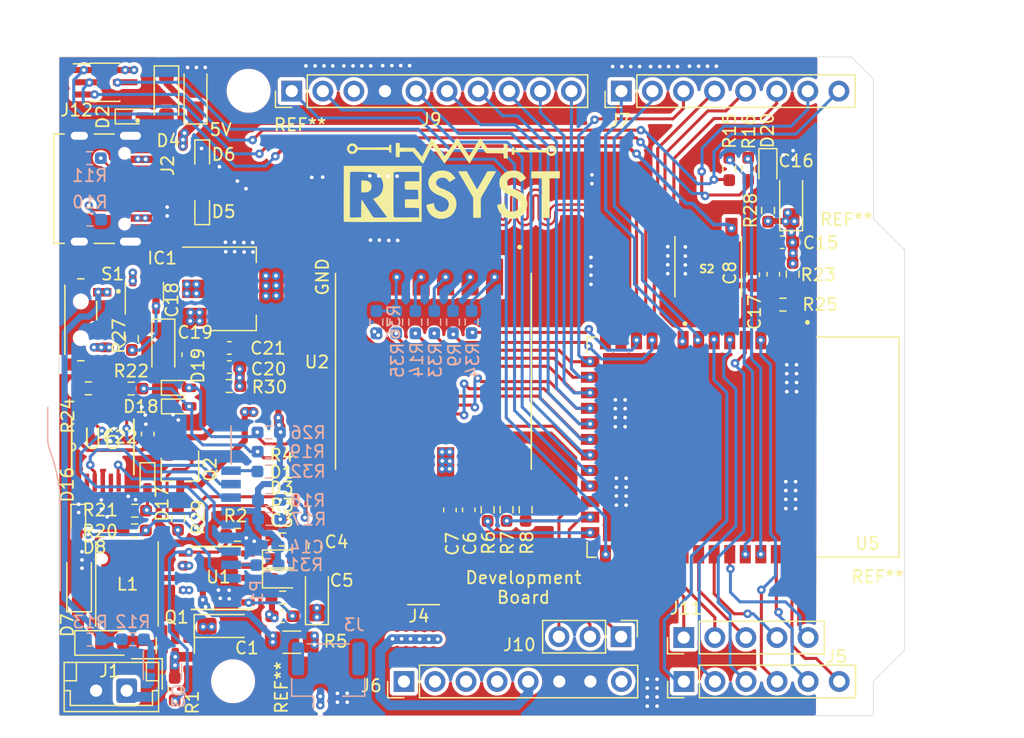
<source format=kicad_pcb>
(kicad_pcb (version 20221018) (generator pcbnew)
  (layers (0 "F.Cu" signal) (1 "In1.Cu" signal) (2 "In2.Cu" signal) (31 "B.Cu" signal) (34 "B.Paste" user) (35 "F.Paste" user) (36 "B.SilkS" user "B.Silkscreen") (37 "F.SilkS" user "F.Silkscreen") (38 "B.Mask" user) (39 "F.Mask" user) (44 "Edge.Cuts" user))
  (net 0 "")
  (net 1 "/VIN")
  (net 2 "GND")
  (net 3 "/ESP32S3_Minsys/SD_VCC")
  (net 4 "Net-(D3-K)")
  (net 5 "/VBAT")
  (net 6 "/5V")
  (net 7 "/ESP32S3_Minsys/SD_DET")
  (net 8 "/VBUS")
  (net 9 "/U1_P")
  (net 10 "/U1_N")
  (net 11 "/ESP32S3_Minsys/3V3")
  (net 12 "/ESP32S3_Minsys/SPI_CS")
  (net 13 "/ESP32S3_Minsys/SPI_MOSI")
  (net 14 "/ESP32S3_Minsys/SPI_CLK")
  (net 15 "/ESP32S3_Minsys/IO16{slash}A0")
  (net 19 "/ESP32S3_Minsys/IO15{slash}A1")
  (net 20 "/ESP32S3_Minsys/IO7{slash}A2")
  (net 21 "/ESP32S3_Minsys/IO6{slash}A3")
  (net 22 "/ESP32S3_Minsys/IO5{slash}A4")
  (net 24 "/ESP32S3_Minsys/IO4{slash}A5")
  (net 25 "/ESP32S3_Minsys/IO3{slash}D5")
  (net 26 "/ESP32S3_Minsys/IO8{slash}D4")
  (net 27 "/ESP32S3_Minsys/IO18{slash}D3")
  (net 28 "/ESP32S3_Minsys/IO17{slash}D2")
  (net 29 "/ESP32S3_Minsys/IO15{slash}D15{slash}ESP_I2C_SCL")
  (net 30 "/ESP32S3_Minsys/IO14{slash}D14{slash}ESP_I2C_SDA")
  (net 31 "/ESP32S3_Minsys/IO13{slash}D13{slash}ESP_SCK")
  (net 32 "/ESP32S3_Minsys/IO12{slash}D12{slash}ESP_MISO")
  (net 33 "/ESP32S3_Minsys/IO11{slash}D11{slash}ESP_MOSI")
  (net 34 "/ESP32S3_Minsys/IO10{slash}D10")
  (net 35 "/ESP32S3_Minsys/IO9{slash}D9")
  (net 36 "/ESP32S3_Minsys/IO46{slash}D8")
  (net 37 "/ESP32S3_Minsys/IO47")
  (net 38 "/ESP32S3_Minsys/IO39")
  (net 39 "/ESP32S3_Minsys/IO40")
  (net 40 "/ESP32S3_Minsys/IO41")
  (net 41 "/ESP32S3_Minsys/IO42")
  (net 42 "/ESP32S3_Minsys/IO48")
  (net 43 "/ESP32S3_Minsys/IO45")
  (net 46 "/ESP32S3_Minsys/SPI_MISO")
  (net 48 "/ESP32S3_Minsys/IO15")
  (net 49 "/ESP32S3_Minsys/IO16")
  (net 50 "/ESP32S3_Minsys/CHIP_PU")
  (net 51 "/ESP32S3_Minsys/GPIO_0")
  (net 52 "/ESP32S3_Minsys/ESP_RXD")
  (net 53 "/ESP32S3_Minsys/ESP_TXD")
  (net 54 "/ESP32S3_Minsys/ESP_3V3")
  (net 55 "/ESP32S3_Minsys/GPIO_38")
  (net 56 "Net-(U1-VG)")
  (net 57 "Net-(C4-Pad1)")
  (net 58 "Net-(D1-A)")
  (net 59 "Net-(D1-K)")
  (net 60 "Net-(D7-A)")
  (net 61 "Net-(D7-K)")
  (net 62 "Net-(D20-A)")
  (net 63 "Net-(IC1-CE)")
  (net 65 "Net-(J2-CC1)")
  (net 67 "Net-(U1-CSP)")
  (net 68 "Net-(P1-DAT2)")
  (net 69 "Net-(P1-DAT1)")
  (net 70 "Net-(Q1-B)")
  (net 71 "Net-(U1-MPPT)")
  (net 72 "Net-(U1-COM)")
  (net 73 "Net-(U5-RXD0)")
  (net 74 "Net-(U5-TXD0)")
  (net 75 "Net-(U6-1A)")
  (net 76 "Net-(U6-2A)")
  (net 77 "Net-(U6-3A)")
  (net 78 "Net-(U6-4Y)")
  (net 82 "/ESP32S3_Minsys/ANT")
  (net 83 "Net-(U2-DIO0)")
  (net 84 "Net-(U2-DIO1)")
  (net 85 "Net-(U2-DIO2)")
  (net 86 "Net-(U2-MOSI)")
  (net 87 "Net-(U2-NSS)")
  (net 88 "Net-(U2-SCK)")
  (net 89 "Net-(U2-MISO)")
  (net 90 "/ESP32S3_Minsys/RST_RFM")
  (net 92 "Net-(J2-CC2)")
  (net 94 "Net-(J1-Pin_1)")
  (net 95 "Net-(Q3-G)")
  (footprint "LED_SMD:LED_0603_1608Metric_Pad1.05x0.95mm_HandSolder" (layer "F.Cu") (at 57.8125 98.34)
    (fp_text reference "D1")
    (fp_text value "LED")
  )
  (footprint "MountingHole:MountingHole_3.2mm_M3_DIN965" (layer "F.Cu") (at 105.8164 103.2764)
    (fp_text reference "REF**")
    (fp_text value "MountingHole_3.2mm_M3_DIN965")
  )
  (footprint "MountingHole:MountingHole_3.2mm_M3_DIN965" (layer "F.Cu") (at 53.7464 108.331)
    (fp_text reference "REF**")
    (fp_text value "MountingHole_3.2mm_M3_DIN965")
  )
  (footprint "MountingHole:MountingHole_3.2mm_M3_DIN965" (layer "F.Cu") (at 55.0164 60.071)
    (fp_text reference "REF**")
    (fp_text value "MountingHole_3.2mm_M3_DIN965")
  )
  (footprint "Connector_JST:JST_EH_B2B-EH-A_1x02_P2.50mm_Vertical" (layer "F.Cu") (at 45.05 109.1 180)
    (fp_text reference "J1")
    (fp_text value "Conn_01x02_Male")
  )
  (footprint "LED_SMD:LED_0603_1608Metric_Pad1.05x0.95mm_HandSolder" (layer "F.Cu") (at 57.8125 99.965)
    (fp_text reference "D3")
    (fp_text value "LED")
  )
  (footprint "Resistor_SMD:R_0603_1608Metric_Pad0.98x0.95mm_HandSolder" (layer "F.Cu") (at 54.1 96.365)
    (fp_text reference "R2")
    (fp_text value "3.3K")
  )
  (footprint "Capacitor_Tantalum_SMD:CP_EIA-3216-18_Kemet-A_Pad1.58x1.35mm_HandSolder" (layer "F.Cu") (at 53.05 103.815)
    (fp_text reference "C1")
    (fp_text value "10uF")
  )
  (footprint "Resistor_SMD:R_0603_1608Metric_Pad0.98x0.95mm_HandSolder" (layer "F.Cu") (at 76.1 94.3075 -90)
    (fp_text reference "R7")
    (fp_text value "3.3K")
  )
  (footprint "Capacitor_SMD:C_0603_1608Metric_Pad1.08x0.95mm_HandSolder" (layer "F.Cu") (at 71.47 94.3375 90)
    (fp_text reference "C7")
    (fp_text value "1uf")
  )
  (footprint "Package_TO_SOT_SMD:SOT-223-3_TabPin2" (layer "F.Cu") (at 53.735 76.26)
    (fp_text reference "U7" hide)
    (fp_text value "SGM2212")
  )
  (footprint "Resistor_SMD:R_0603_1608Metric_Pad0.98x0.95mm_HandSolder" (layer "F.Cu") (at 57.7875 96.74 180)
    (fp_text reference "R4")
    (fp_text value "120")
  )
  (footprint "Capacitor_SMD:C_0603_1608Metric_Pad1.08x0.95mm_HandSolder" (layer "F.Cu") (at 73.01 94.3275 90)
    (fp_text reference "C6")
    (fp_text value "100nf")
  )
  (footprint "Capacitor_SMD:C_0603_1608Metric_Pad1.08x0.95mm_HandSolder" (layer "F.Cu") (at 96.26 75.11 90)
    (fp_text reference "C8")
    (fp_text value "100nf")
  )
  (footprint "Diode_SMD:D_SOD-523" (layer "F.Cu") (at 41.1 95.13 -90)
    (fp_text reference "D16")
    (fp_text value "D_TVS")
  )
  (footprint "Custom_Footprints:USB-C-2" (layer "F.Cu") (at 45.95 68.075 -90)
    (fp_text reference "J2")
    (fp_text value "USB-C")
    (fp_line (start 4 1.14) (end 4 0.09) (stroke (width 0.01)) (layer "Edge.Cuts"))
    (fp_line (start 4.65 0.04) (end 4.65 1.14) (stroke (width 0.01)) (layer "Edge.Cuts"))
    (fp_arc (start 4 0.09) (mid 4.087513 -0.151274) (end 4.32 -0.26) (stroke (width 0.01)) (layer "Edge.Cuts"))
    (fp_arc (start 4.32 -0.26) (mid 4.547132 -0.178345) (end 4.65 0.04) (stroke (width 0.01)) (layer "Edge.Cuts"))
    (fp_arc (start 4.32 1.44) (mid 4.097868 1.356274) (end 4 1.14) (stroke (width 0.01)) (layer "Edge.Cuts"))
    (fp_arc (start 4.65 1.14) (mid 4.547132 1.358345) (end 4.32 1.44) (stroke (width 0.01)) (layer "Edge.Cuts"))
  )
  (footprint "Capacitor_SMD:C_0603_1608Metric_Pad1.08x0.95mm_HandSolder" (layer "F.Cu") (at 53.4375 82.6525)
    (fp_text reference "C20")
    (fp_text value "470pf")
  )
  (footprint "Resistor_SMD:R_0603_1608Metric_Pad0.98x0.95mm_HandSolder" (layer "F.Cu") (at 45.7 96)
    (fp_text reference "R20")
    (fp_text value "3.3K")
  )
  (footprint "Connector_PinHeader_2.54mm:PinHeader_1x06_P2.54mm_Vertical" (layer "F.Cu") (at 90.59 108.35 90)
    (fp_text reference "J5")
    (fp_text value "Analog_Pin")
  )
  (footprint "Diode_SMD:D_SOD-123" (layer "F.Cu") (at 41.1625 100.29 90)
    (fp_text reference "D8")
    (fp_text value "1N5819WS")
  )
  (footprint "Capacitor_Tantalum_SMD:CP_EIA-3216-18_Kemet-A" (layer "F.Cu") (at 60.6 101.39 90)
    (fp_text reference "C5")
    (fp_text value "1uF")
  )
  (footprint "Resistor_SMD:R_0603_1608Metric_Pad0.98x0.95mm_HandSolder" (layer "F.Cu") (at 49.25 95.04 -90)
    (fp_text reference "R29")
    (fp_text value "10k")
  )
  (footprint "Diode_SMD:D_SOD-523" (layer "F.Cu") (at 51.225 69.75 90)
    (fp_text reference "D5")
    (fp_text value "LESD5D5.0CT1G")
  )
  (footprint "Diode_SMD:D_SOD-523" (layer "F.Cu") (at 51.225 65.35 -90)
    (fp_text reference "D6")
    (fp_text value "LESD5D5.0CT1G")
  )
  (footprint "Resistor_SMD:R_0603_1608Metric_Pad0.98x0.95mm_HandSolder" (layer "F.Cu") (at 95.85 66.4525 90)
    (fp_text reference "R16")
    (fp_text value "22")
  )
  (footprint "Custom_Footprints:SW_Slide_SPST_Side" (layer "F.Cu") (at 41.3 78.79 -90)
    (fp_text reference "S1")
    (fp_text value "EG1215AA")
  )
  (footprint "Resistor_SMD:R_0603_1608Metric_Pad0.98x0.95mm_HandSolder" (layer "F.Cu") (at 45.42 84.41)
    (fp_text reference "R22")
    (fp_text value "3.3K")
  )
  (footprint "Connector_PinHeader_2.54mm:PinHeader_1x03_P2.54mm_Vertical" (layer "F.Cu") (at 85.46 104.69 -90)
    (fp_text reference "J10")
    (fp_text value "Conn_01x03")
  )
  (footprint "MountingHole:MountingHole_3.2mm_M3_DIN965" (layer "F.Cu") (at 105.85 75.35)
    (fp_text reference "REF**")
    (fp_text value "MountingHole_3.2mm_M3_DIN965")
  )
  (footprint "Resistor_SMD:R_0603_1608Metric_Pad0.98x0.95mm_HandSolder" (layer "F.Cu") (at 53.4375 84.2025 180)
    (fp_text reference "R30")
    (fp_text value "NM/BYPASS")
  )
  (footprint "Diode_SMD:D_SOD-523" (layer "F.Cu") (at 45.375 62.175)
    (fp_text reference "D2")
    (fp_text value "LESD5D5.0CT1G")
  )
  (footprint "Resistor_SMD:R_0603_1608Metric_Pad0.98x0.95mm_HandSolder" (layer "F.Cu") (at 41.925 84.39 180)
    (fp_text reference "R24")
    (fp_text value "3.3K")
  )
  (footprint "Diode_SMD:D_SOD-123" (layer "F.Cu") (at 43.175 105.2)
    (fp_text reference "D7")
    (fp_text value "1N5819WS")
  )
  (footprint "Resistor_SMD:R_0603_1608Metric_Pad0.98x0.95mm_HandSolder" (layer "F.Cu") (at 45.72 94.39)
    (fp_text reference "R21")
    (fp_text value "3.3K")
  )
  (footprint "Connector_PinHeader_2.54mm:PinHeader_1x08_P2.54mm_Vertical" (layer "F.Cu") (at 67.71 108.35 90)
    (fp_text reference "J6")
    (fp_text value "Power_Pin")
  )
  (footprint "Package_TO_SOT_SMD:SOT-23" (layer "F.Cu") (at 49.025 105.4 -90)
    (fp_text reference "Q1")
    (fp_text value "Q_PNP_BEC")
  )
  (footprint "Capacitor_SMD:C_0603_1608Metric_Pad1.08x0.95mm_HandSolder" (layer "F.Cu") (at 53.4375 81.09)
    (fp_text reference "C21")
    (fp_text value "100nf")
  )
  (footprint "Custom_Footprints:Resyst_Logo_small" (layer "F.Cu") (at 71.649737 67.300166)
    (fp_text reference "G***" hide)
    (fp_text value "LOGO" hide)
  )
  (footprint "Resistor_SMD:R_0603_1608Metric_Pad0.98x0.95mm_HandSolder" (layer "F.Cu") (at 74.55 94.3175 -90)
    (fp_text reference "R6")
    (fp_text value "3.3K")
  )
  (footprint "Custom_Footprints:UFL_CONN" (layer "F.Cu") (at 69.31 100.77 180)
    (fp_text reference "J4")
    (fp_text value "UFL")
  )
  (footprint "Package_SO:SSOP-10_3.9x4.9mm_P1.00mm" (layer "F.Cu") (at 52.4125 99.89 180)
    (fp_text reference "U1")
    (fp_text value "CN3791")
  )
  (footprint "Custom_Footprints:74LVC125A" (layer "F.Cu") (at 43.1 89.18 90)
    (fp_text reference "U6")
    (fp_text value "74LVC125A")
  )
  (footprint "Capacitor_SMD:C_0603_1608Metric_Pad1.08x0.95mm_HandSolder" (layer "F.Cu") (at 57.7875 103.015)
    (fp_text reference "C3")
    (fp_text value "100nf")
  )
  (footprint "Diode_SMD:D_SOD-523" (layer "F.Cu") (at 49.15 84.35)
    (fp_text reference "D19")
    (fp_text value "D_TVS")
  )
  (footprint "Resistor_SMD:R_1206_3216Metric_Pad1.30x1.75mm_HandSolder" (layer "F.Cu") (at 58.55 105.14 180)
    (fp_text reference "R5")
    (fp_text value "RS 50")
  )
  (footprint "Resistor_SMD:R_0603_1608Metric_Pad0.98x0.95mm_HandSolder" (layer "F.Cu") (at 97.47 69.8575 90)
    (fp_text reference "R28")
    (fp_text value "22")
  )
  (footprint "Capacitor_Tantalum_SMD:CP_EIA-3216-18_Kemet-A" (layer "F.Cu") (at 48.05 81.04 -90)
    (fp_text reference "C18")
    (fp_text value "CP1")
  )
  (footprint "Inductor_SMD:L_Taiyo-Yuden_NR-50xx_HandSoldering" (layer "F.Cu") (at 45.075 100.375 90)
    (fp_text reference "L1")
    (fp_text value "L")
  )
  (footprint "Connector_PinHeader_2.54mm:PinHeader_1x08_P2.54mm_Vertical" (layer "F.Cu") (at 85.48 60.1 90)
    (fp_text reference "J7")
    (fp_text value "Dig_Pin_0-7")
  )
  (footprint "Resistor_SMD:R_0603_1608Metric_Pad0.98x0.95mm_HandSolder" (layer "F.Cu") (at 57.8 101.49)
    (fp_text reference "R3")
    (fp_text value "3.3K")
  )
  (footprint "Diode_SMD:D_SOD-523" (layer "F.Cu") (at 49.16 85.87)
    (fp_text reference "D18")
    (fp_text value "D_TVS")
  )
  (footprint "Package_TO_SOT_SMD:SOT-23-5" (layer "F.Cu") (at 46.5 76.5275 90)
    (fp_text reference "IC1")
    (fp_text value "ME6211")
  )
  (footprint "Capacitor_SMD:C_0603_1608Metric_Pad1.08x0.95mm_HandSolder" (layer "F.Cu") (at 98.63 72.45)
    (fp_text reference "C15")
    (fp_text value "100nf")
  )
  (footprint "Resistor_SMD:R_0603_1608Metric_Pad0.98x0.95mm_HandSolder" (layer "F.Cu") (at 94.3 66.4625 90)
    (fp_text reference "R15")
    (fp_text value "22")
  )
  (footprint "Resistor_SMD:R_0603_1608Metric_Pad0.98x0.95mm_HandSolder" (layer "F.Cu") (at 99.48 75.05 90)
    (fp_text reference "R23")
    (fp_text value "0")
  )
  (footprint "Resistor_SMD:R_0603_1608Metric_Pad0.98x0.95mm_HandSolder" (layer "F.Cu") (at 98.69 77.55)
    (fp_text reference "R25")
    (fp_text value "10K")
  )
  (footprint "Capacitor_Tantalum_SMD:CP_EIA-3216-18_Kemet-A_Pad1.58x1.35mm_HandSolder" (layer "F.Cu") (at 50.675 60.3 90)
    (fp_text reference "C2" hide)
    (fp_text value "10uF/25V Tantalum")
  )
  (footprint "Resistor_SMD:R_0603_1608Metric_Pad0.98x0.95mm_HandSolder" (layer "F.Cu") (at 45.475 80.34 90)
    (fp_text reference "R27")
    (fp_text value "1M")
  )
  (footprint "Diode_SMD:D_SOD-123" (layer "F.Cu") (at 48.3 60.4 -90)
    (fp_text reference "D4")
    (fp_text value "1N5819WS")
  )
  (footprint "Connector_PinHeader_1.00mm:PinHeader_2x03_P1.00mm_Vertical_SMD" (layer "F.Cu") (at 43.275 59.375)
    (fp_text reference "J12")
    (fp_text value "Conn_02x03_Odd_Even")
  )
  (footprint "Capacitor_SMD:C_0603_1608Metric_Pad1.08x0.95mm_HandSolder" (layer "F.Cu") (at 46.775 88.12 -90)
    (fp_text reference "C22")
    (fp_text value "100nf")
  )
  (footprint "Capacitor_Tantalum_SMD:CP_EIA-3216-18_Kemet-A_Pad1.58x1.35mm_HandSolder" (layer "F.Cu") (at 99.36 69.02 90)
    (fp_text reference "C16")
    (fp_text value "10uF/25V Tantalum")
  )
  (footprint "Capacitor_SMD:C_0603_1608Metric_Pad1.08x0.95mm_HandSolder" (layer "F.Cu") (at 50.085 81.64 90)
    (fp_text reference "C19")
    (fp_text value "470pf")
  )
  (footprint "LED_SMD:LED_0603_1608Metric_Pad1.05x0.95mm_HandSolder" (layer "F.Cu") (at 97.46 66.46 -90)
    (fp_text reference "D20")
    (fp_text value "LED")
  )
  (footprint "Custom_Footprints:ESP32S3_WROOM_1N8R8" (layer "F.Cu") (at 95.43 89.2 -90)
    (fp_text reference "U5")
    (fp_text value "ESP32-S3-WROOM-1-N8R8")
  )
  (footprint "Resistor_SMD:R_0603_1608Metric_Pad0.98x0.95mm_HandSolder" (layer "F.Cu") (at 48.975 108.965 -90)
    (fp_text reference "R1")
    (fp_text value "10K")
  )
  (footprint "Capacitor_SMD:C_0603_1608Metric_Pad1.08x0.95mm_HandSolder" (layer "F.Cu") (at 60.425 97.34 -90)
    (fp_text reference "C4")
    (fp_text value "100nf")
  )
  (footprint "Package_TO_SOT_SMD:TSOT-23" (layer "F.Cu") (at 49.425 91.015 -90)
    (fp_text reference "Q2")
    (fp_text value "Q_PMOS_GDS")
  )
  (footprint "Connector_PinHeader_2.54mm:PinHeader_1x10_P2.54mm_Vertical" (layer "F.Cu") (at 58.54 60.1 90)
    (fp_text reference "J9")
    (fp_text value "Dig_Pin_8-18")
  )
  (footprint "Connector_PinHeader_2.54mm:PinHeader_1x05_P2.54mm_Vertical" (layer "F.Cu") (at 90.58 104.76 90)
    (fp_text reference "J11")
    (fp_text value "Conn_01x05_Pin")
  )
  (footprint "Resistor_SMD:R_0603_1608Metric_Pad0.98x0.95mm_HandSolder" (layer "F.Cu") (at 77.66 94.3075 -90)
    (fp_text reference "R8")
    (fp_text value "3.3K")
  )
  (footprint "Capacitor_SMD:C_0603_1608Metric_Pad1.08x0.95mm_HandSolder" (layer "F.Cu") (at 97.9 75.06 -90)
    (fp_text reference "C17")
    (fp_text value "1uF")
  )
  (footprint "Custom_Footprints:RFM95" (layer "F.Cu") (at 70.12 83 -90)
    (fp_text reference "U2")
    (fp_text value "RFM95W")
  )
  (footprint "Custom_Footprints:SW_Tactile" (layer "F.Cu") (at 92.58 74.4525 90)
    (fp_text reference "S2")
    (fp_text value "SW_Tactile")
  )
  (footprint "Diode_SMD:D_SOD-523" (layer "F.Cu") (at 46.75 91.73 -90)
    (fp_text reference "D17")
    (fp_text value "D_TVS")
  )
  (footprint "Capacitor_SMD:C_0603_1608Metric_Pad1.08x0.95mm_HandSolder" (layer "B.Cu") (at 56.55 97.315)
    (fp_text reference "C14")
    (fp_text value "100nf")
  )
  (footprint "Resistor_SMD:R_0603_1608Metric_Pad0.98x0.95mm_HandSolder" (layer "B.Cu") (at 56.6625 89.565 180)
    (fp_text reference "R19")
    (fp_text value "10K")
  )
  (footprint "Resistor_SMD:R_0603_1608Metric_Pad0.98x0.95mm_HandSolder" (layer "B.Cu") (at 42.05 70.6 180)
    (fp_text reference "R10")
    (fp_text value "3.3K")
  )
  (footprint "Resistor_SMD:R_0603_1608Metric_Pad0.98x0.95mm_HandSolder" (layer "B.Cu") (at 56.6625 87.99 180)
    (fp_text reference "R26")
    (fp_text value "10K")
  )
  (footprint "Resistor_SMD:R_0603_1608Metric_Pad0.98x0.95mm_HandSolder" (layer "B.Cu") (at 56.7 95.065)
    (fp_text reference "R17")
    (fp_text value "10K")
  )
  (footprint "Resistor_SMD:R_0603_1608Metric_Pad0.98x0.95mm_HandSolder" (layer "B.Cu") (at 73.24 78.97 -90)
    (fp_text reference "R34")
    (fp_text value "3.3K")
  )
  (footprint "Resistor_SMD:R_0603_1608Metric_Pad0.98x0.95mm_HandSolder" (layer "B.Cu") (at 67.08 78.98 -90)
    (fp_text reference "R35")
    (fp_text value "3.3K")
  )
  (footprint "Resistor_SMD:R_0603_1608Metric_Pad0.98x0.95mm_HandSolder" (layer "B.Cu") (at 65.46 78.98 90)
    (fp_text reference "R36")
    (fp_text value "10K")
  )
  (footprint "Resistor_SMD:R_0603_1608Metric_Pad0.98x0.95mm_HandSolder" (layer "B.Cu") (at 56.65 91.19 180)
    (fp_text reference "R32")
    (fp_text value "10k")
  )
  (footprint "Resistor_SMD:R_0603_1608Metric_Pad0.98x0.95mm_HandSolder" (layer "B.Cu") (at 70.19 78.98 -90)
    (fp_text reference "R33")
    (fp_text value "3.3K")
  )
  (footprint "Resistor_SMD:R_0603_1608Metric_Pad0.98x0.95mm_HandSolder" (layer "B.Cu") (at 45.55 104.9 180)
    (fp_text reference "R12")
    (fp_text value "10K")
  )
  (footprint "Resistor_SMD:R_0603_1608Metric_Pad0.98x0.95mm_HandSolder" (layer "B.Cu") (at 56.7 93.515)
    (fp_text reference "R18")
    (fp_text value "10K")
  )
  (footprint "Connector_JST:JST_GH_SM02B-GHS-TB_1x02-1MP_P1.25mm_Horizontal" (layer "B.Cu") (at 61.525 107.84)
    (fp_text reference "J3")
    (fp_text value "Conn_01x02_Male")
  )
  (footprint "Resistor_SMD:R_0603_1608Metric_Pad0.98x0.95mm_HandSolder" (layer "B.Cu") (at 42.075 104.925 180)
    (fp_text reference "R13")
    (fp_text value "10K")
  )
  (footprint "Resistor_SMD:R_0603_1608Metric_Pad0.98x0.95mm_HandSolder" (layer "B.Cu") (at 42.025 65.575)
    (fp_text reference "R11")
    (fp_text value "3.3K")
  )
  (footprint "Resistor_SMD:R_0603_1608Metric_Pad0.98x0.95mm_HandSolder" (layer "B.Cu") (at 71.72 78.98 90)
    (fp_text reference "R9")
    (fp_text value "3.3K")
  )
  (footprint "Custom_Footprints:MicroSD_Footprints" (layer "B.Cu") (at 48.25 94.64 90)
    (fp_text reference "P1")
    (fp_text value "MICRO_SD_Socket")
  )
  (footprint "Resistor_SMD:R_0603_1608Metric_Pad0.98x0.95mm_HandSolder" (layer "B.Cu") (at 68.64 78.9825 -90)
    (fp_text reference "R14")
    (fp_text value "3.3K")
  )
  (footprint "Resistor_SMD:R_0603_1608Metric_Pad0.98x0.95mm_HandSolder" (layer "B.Cu") (at 56.55 98.84 180)
    (fp_text reference "R31")
    (fp_text value "10k")
  )
  (footprint "Package_TO_SOT_SMD:SOT-23" (layer "B.Cu") (at 47.975 107.55 -90)
    (fp_text reference "Q3")
    (fp_text value "AO3401A")
  )
  (gr_line (start 39.5224 111.1504) (end 39.5224 57.3024) (stroke (width 0.05)) (layer "Edge.Cuts"))
  (gr_line (start 106.0958 70.5358) (end 108.6104 73.0504) (stroke (width 0.05)) (layer "Edge.Cuts"))
  (gr_line (start 106.0704 59.0804) (end 106.0958 70.5358) (stroke (width 0.05)) (layer "Edge.Cuts"))
  (gr_line (start 106.0704 108.3564) (end 106.0704 111.1504) (stroke (width 0.05)) (layer "Edge.Cuts"))
  (gr_line (start 108.6104 105.8164) (end 106.0704 108.3564) (stroke (width 0.05)) (layer "Edge.Cuts"))
  (gr_line (start 104.2924 57.3024) (end 106.0704 59.0804) (stroke (width 0.05)) (layer "Edge.Cuts"))
  (gr_line (start 106.0704 111.1504) (end 39.5224 111.1504) (stroke (width 0.05)) (layer "Edge.Cuts"))
  (gr_line (start 108.6104 73.0504) (end 108.6104 105.8164) (stroke (width 0.05)) (layer "Edge.Cuts"))
  (gr_line (start 39.5224 57.3024) (end 104.2924 57.3024) (stroke (width 0.05)) (layer "Edge.Cuts"))
  (gr_text "GND" (at 61.05 75.28 90) (layer "F.SilkS") (effects (font (size 1 1))))
  (gr_text "5V" (at 52.725 63.25) (layer "F.SilkS") (effects (font (size 1 1))))
  (gr_text locked "Development\nBoard" (at 77.48 100.67) (layer "F.SilkS") (effects (font (size 1 1))))
  (segment (start 45.475 79.4275) (end 47.7875 79.4275) (width 0.8) (layer "F.Cu") (net 1))
  (segment (start 43.05 79.54) (end 45.3625 79.54) (width 0.8) (layer "F.Cu") (net 1))
  (segment (start 50.075 80.7675) (end 50.085 80.7775) (width 0.8) (layer "F.Cu") (net 1))
  (segment (start 50.075 80.24) (end 50.075 79.07) (width 0.8) (layer "F.Cu") (net 1))
  (segment (start 50.075 79.07) (end 50.4275 78.7175) (width 0.8) (layer "F.Cu") (net 1))
  (segment (start 50.585 78.56) (end 50.4275 78.7175) (width 0.8) (layer "F.Cu") (net 1))
  (segment (start 45.3625 79.54) (end 45.475 79.4275) (width 0.8) (layer "F.Cu") (net 1))
  (segment (start 47.7875 79.4275) (end 48.05 79.69) (width 0.8) (layer "F.Cu") (net 1))
  (segment (start 50.075 79.69) (end 50.075 80.24) (width 0.8) (layer "F.Cu") (net 1))
  (segment (start 45.55 79.3525) (end 45.475 79.4275) (width 0.8) (layer "F.Cu") (net 1))
  (segment (start 48.05 79.69) (end 50.075 79.69) (width 0.8) (layer "F.Cu") (net 1))
  (segment (start 50.075 80.24) (end 50.075 80.7675) (width 0.8) (layer "F.Cu") (net 1))
  (segment (start 45.55 77.665) (end 45.55 79.3525) (width 0.8) (layer "F.Cu") (net 1))
  (via (at 50.275 78.19) (size 0.7) (drill 0.3) (layers "F.Cu" "B.Cu") (net 1))
  (via (at 68.25 104.865) (size 0.7) (drill 0.3) (layers "F.Cu" "B.Cu") (net 1))
  (via (at 69.75 104.89) (size 0.7) (drill 0.3) (layers "F.Cu" "B.Cu") (net 1))
  (via (at 51 78.89) (size 0.7) (drill 0.3) (layers "F.Cu" "B.Cu") (net 1))
  (via (at 70.475 104.89) (size 0.7) (drill 0.3) (layers "F.Cu" "B.Cu") (net 1))
  (via (at 67.525 104.865) (size 0.7) (drill 0.3) (layers "F.Cu" "B.Cu") (net 1))
  (via (at 50.25 78.89) (size 0.7) (drill 0.3) (layers "F.Cu" "B.Cu") (net 1))
  (via (at 69 104.89) (size 0.7) (drill 0.3) (layers "F.Cu" "B.Cu") (net 1))
  (via (at 66.775 104.865) (size 0.7) (drill 0.3) (layers "F.Cu" "B.Cu") (net 1))
  (via (at 51 78.19) (size 0.7) (drill 0.3) (layers "F.Cu" "B.Cu") (net 1))
  (segment (start 76.95 110.29) (end 66.5 110.29) (width 0.8) (layer "B.Cu") (net 1))
  (segment (start 65.775 105.84) (end 66.725 104.89) (width 0.8) (layer "B.Cu") (net 1))
  (segment (start 77.87 109.37) (end 76.95 110.29) (width 0.8) (layer "B.Cu") (net 1))
  (segment (start 77.87 108.35) (end 77.87 109.37) (width 0.8) (layer "B.Cu") (net 1))
  (segment (start 66.725 104.89) (end 70.475 104.89) (width 0.8) (layer "B.Cu") (net 1))
  (segment (start 66.5 110.29) (end 65.775 109.565) (width 0.8) (layer "B.Cu") (net 1))
  (segment (start 65.775 109.565) (end 65.775 105.84) (width 0.8) (layer "B.Cu") (net 1))
  (via (at 85.875 93.94) (size 0.7) (drill 0.3) (layers "F.Cu" "B.Cu") (net 2))
  (via (at 68.175 58.015) (size 0.7) (drill 0.3) (layers "F.Cu" "B.Cu") (net 2))
  (via (at 86.975 58.09) (size 0.7) (drill 0.3) (layers "F.Cu" "B.Cu") (net 2))
  (via (at 90.71 75.03) (size 0.7) (drill 0.3) (layers "F.Cu" "B.Cu") (net 2))
  (via (at 83 75.89) (size 0.7) (drill 0.3) (layers "F.Cu" "B.Cu") (net 2))
  (via (at 65 58.04) (size 0.7) (drill 0.3) (layers "F.Cu" "B.Cu") (net 2))
  (via (at 85.875 91.74) (size 0.7) (drill 0.3) (layers "F.Cu" "B.Cu") (net 2))
  (via (at 50.75 58.165) (size 0.7) (drill 0.3) (layers "F.Cu" "B.Cu") (net 2))
  (via (at 89.35 58.09) (size 0.7) (drill 0.3) (layers "F.Cu" "B.Cu") (net 2))
  (via (at 55.375 73.25) (size 0.7) (drill 0.3) (layers "F.Cu" "B.Cu") (net 2))
  (via (at 99 83.915) (size 0.7) (drill 0.3) (layers "F.Cu" "B.Cu") (net 2))
  (via (at 63.55 58.04) (size 0.7) (drill 0.3) (layers "F.Cu" "B.Cu") (net 2))
  (via (at 53.15 73.225) (size 0.7) (drill 0.3) (layers "F.Cu" "B.Cu") (net 2))
  (via (at 87.6 108.89) (size 0.7) (drill 0.3) (layers "F.Cu" "B.Cu") (net 2))
  (via (at 60.45 58.04) (size 0.7) (drill 0.3) (layers "F.Cu" "B.Cu") (net 2))
  (via (at 90.71 74.305) (size 0.7) (drill 0.3) (layers "F.Cu" "B.Cu") (net 2))
  (via (at 48.84 86.54) (size 0.7) (drill 0.3) (layers "F.Cu" "B.Cu") (net 2))
  (via (at 55.475 96.89) (size 0.7) (drill 0.3) (layers "F.Cu" "B.Cu") (net 2))
  (via (at 85.075 92.465) (size 0.7) (drill 0.3) (layers "F.Cu" "B.Cu") (net 2))
  (via (at 85.79 85.33) (size 0.7) (drill 0.3) (layers "F.Cu" "B.Cu") (net 2))
  (via (at 62.275 110.04) (size 0.7) (drill 0.3) (layers "F.Cu" "B.Cu") (net 2))
  (via (at 85.79 86.055) (size 0.7) (drill 0.3) (layers "F.Cu" "B.Cu") (net 2))
  (via (at 65.65 67.025) (size 0.7) (drill 0.3) (layers "F.Cu" "B.Cu") (net 2))
  (via (at 88.4 110.365) (size 0.7) (drill 0.3) (layers "F.Cu" "B.Cu") (net 2))
  (via (at 62.275 109.315) (size 0.7) (drill 0.3) (layers "F.Cu" "B.Cu") (net 2))
  (via (at 66.475 72.3) (size 0.7) (drill 0.3) (layers "F.Cu" "B.Cu") (net 2))
  (via (at 64.925 67.025) (size 0.7) (drill 0.3) (layers "F.Cu" "B.Cu") (net 2))
  (via (at 67.15 67.05) (size 0.7) (drill 0.3) (layers "F.Cu" "B.Cu") (net 2))
  (via (at 99.8 83.915) (size 0.7) (drill 0.3) (layers "F.Cu" "B.Cu") (net 2))
  (via (at 84.99 86.78) (size 0.7) (drill 0.3) (layers "F.Cu" "B.Cu") (net 2))
  (via (at 48.36 69.575) (size 0.7) (drill 0.3) (layers "F.Cu" "B.Cu") (net 2))
  (via (at 98.72 65.32) (size 0.7) (drill 0.3) (layers "F.Cu" "B.Cu") (net 2))
  (via (at 85.875 93.19) (size 0.7) (drill 0.3) (layers "F.Cu" "B.Cu") (net 2))
  (via (at 83.075 66.94) (size 0.7) (drill 0.3) (layers "F.Cu" "B.Cu") (net 2))
  (via (at 83 74.415) (size 0.7) (drill 0.3) (layers "F.Cu" "B.Cu") (net 2))
  (via (at 99.8 84.665) (size 0.7) (drill 0.3) (layers "F.Cu" "B.Cu") (net 2))
  (via (at 54.65 73.25) (size 0.7) (drill 0.3) (layers "F.Cu" "B.Cu") (net 2))
  (via (at 99.725 92.74) (size 0.7) (drill 0.3) (layers "F.Cu" "B.Cu") (net 2))
  (via (at 99.52 64.965) (size 0.7) (drill 0.3) (layers "F.Cu" "B.Cu") (net 2))
  (via (at 53.875 73.225) (size 0.7) (drill 0.3) (layers "F.Cu" "B.Cu") (net 2))
  (via (at 44.25 88.39) (size 0.7) (drill 0.3) (layers "F.Cu" "B.Cu") (net 2))
  (via (at 51.475 58.165) (size 0.7) (drill 0.3) (layers "F.Cu" "B.Cu") (net 2))
  (via (at 51.17 64.79) (size 0.7) (drill 0.3) (layers "F.Cu" "B.Cu") (net 2))
  (via (at 99.725 93.465) (size 0.7) (drill 0.3) (layers "F.Cu" "B.Cu") (net 2))
  (via (at 53.125 72.45) (size 0.7) (drill 0.3) (layers "F.Cu" "B.Cu") (net 2))
  (via (at 54.625 72.475) (size 0.7) (drill 0.3) (layers "F.Cu" "B.Cu") (net 2))
  (via (at 45.175 93.215) (size 0.7) (drill 0.3) (layers "F.Cu" "B.Cu") (net 2))
  (via (at 41.4 99.09) (size 0.7) (drill 0.3) (layers "F.Cu" "B.Cu") (net 2))
  (via (at 83.075 67.665) (size 0.7) (drill 0.3) (layers "F.Cu" "B.Cu") (net 2))
  (via (at 61.9 58.04) (size 0.7) (drill 0.3) (layers "F.Cu" "B.Cu") (net 2))
  (via (at 48.36 70.3) (size 0.7) (drill 0.3) (layers "F.Cu" "B.Cu") (net 2))
  (via (at 83 73.69) (size 0.7) (drill 0.3) (layers "F.Cu" "B.Cu") (net 2))
  (via (at 63.075 109.315) (size 0.7) (drill 0.3) (layers "F.Cu" "B.Cu") (net 2))
  (via (at 54.8 68.075) (size 0.7) (drill 0.3) (layers "F.Cu" "B.Cu") (net 2))
  (via (at 52.55 100.88) (size 0.7) (drill 0.3) (layers "F.Cu" "B.Cu") (net 2))
  (via (at 52.7 101.55) (size 0.7) (drill 0.3) (layers "F.Cu" "B.Cu") (net 2))
  (via (at 98.925 94.215) (size 0.7) (drill 0.3) (layers "F.Cu" "B.Cu") (net 2))
  (via (at 90.71 72.83) (size 0.7) (drill 0.3) (layers "F.Cu" "B.Cu") (net 2))
  (via (at 43.675 88.64) (size 0.7) (drill 0.3) (layers "F.Cu" "B.Cu") (net 2))
  (via (at 89.275 74.29) (size 0.7) (drill 0.3) (layers "F.Cu" "B.Cu") (net 2))
  (via (at 99.725 92.015) (size 0.7) (drill 0.3) (layers "F.Cu" "B.Cu") (net 2))
  (via (at 50.025 58.165) (size 0.7) (drill 0.3) (layers "F.Cu" "B.Cu") (net 2))
  (via (at 88.4 109.615) (size 0.7) (drill 0.3) (layers "F.Cu" "B.Cu") (net 2))
  (via (at 67.2 72.3) (size 0.7) (drill 0.3) (layers "F.Cu" "B.Cu") (net 2))
  (via (at 46.62 87.32) (size 0.7) (drill 0.3) (layers "F.Cu" "B.Cu") (net 2))
  (via (at 88.625 58.09) (size 0.7) (drill 0.3) (layers "F.Cu" "B.Cu") (net 2))
  (via (at 85.79 86.78) (size 0.7) (drill 0.3) (layers "F.Cu" "B.Cu") (net 2))
  (via (at 91.05 58.065) (size 0.7) (drill 0.3) (layers "F.Cu" "B.Cu") (net 2))
  (via (at 49.27 86.98) (size 0.7) (drill 0.3) (layers "F.Cu" "B.Cu") (net 2))
  (via (at 89.275 72.815) (size 0.7) (drill 0.3) (layers "F.Cu" "B.Cu") (net 2))
  (via (at 87.6 108.165) (size 0.7) (drill 0.3) (layers "F.Cu" "B.Cu") (net 2))
  (via (at 52.63 66.28) (size 0.7) (drill 0.3) (layers "F.Cu" "B.Cu") (net 2))
  (via (at 44.025 87.69) (size 0.7) (drill 0.3) (layers "F.Cu" "B.Cu") (net 2))
  (via (at 85.525 58.09) (size 0.7) (drill 0.3) (layers "F.Cu" "B.Cu") (net 2))
  (via (at 43 94.265) (size 0.7) (drill 0.3) (layers "F.Cu" "B.Cu") (net 2))
  (via (at 90.075 58.09) (size 0.7) (drill 0.3) (layers "F.Cu" "B.Cu") (net 2))
  (via (at 89.275 73.565) (size 0.7) (drill 0.3) (layers "F.Cu" "B.Cu") (net 2))
  (via (at 98.925 92.015) (size 0.7) (drill 0.3) (layers "F.Cu" "B.Cu") (net 2))
  (via (at 99.8 83.19) (size 0.7) (drill 0.3) (layers "F.Cu" "B.Cu") (net 2))
  (via (at 89.275 75.015) (size 0.7) (drill 0.3) (layers "F.Cu" "B.Cu") (net 2))
  (via (at 99 83.19) (size 0.7) (drill 0.3) (layers "F.Cu" "B.Cu") (net 2))
  (via (at 66.725 58.015) (size 0.7) (drill 0.3) (layers "F.Cu" "B.Cu") (net 2))
  (via (at 65.975 58.015) (size 0.7) (drill 0.3) (layers "F.Cu" "B.Cu") (net 2))
  (via (at 85.875 92.465) (size 0.7) (drill 0.3) (layers "F.Cu" "B.Cu") (net 2))
  (via (at 41.125 93.865) (size 0.7) (drill 0.3) (layers "F.Cu" "B.Cu") (net 2))
  (via (at 85.075 93.19) (size 0.7) (drill 0.3) (layers "F.Cu" "B.Cu") (net 2))
  (via (at 86.25 58.09) (size 0.7) (drill 0.3) (layers "F.Cu" "B.Cu") (net 2))
  (via (at 99 82.465) (size 0.7) (drill 0.3) (layers "F.Cu" "B.Cu") (net 2))
  (via (at 41.125 94.54) (size 0.7) (drill 0.3) (layers "F.Cu" "B.Cu") (net 2))
  (via (at 45.775 93.49) (size 0.7) (drill 0.3) (layers "F.Cu" "B.Cu") (net 2))
  (via (at 53.43 101.59) (size 0.7) (drill 0.3) (layers "F.Cu" "B.Cu") (net 2))
  (via (at 62.8 58.04) (size 0.7) (drill 0.3) (layers "F.Cu" "B.Cu") (net 2))
  (via (at 99.8 82.465) (size 0.7) (drill 0.3) (layers "F.Cu" "B.Cu") (net 2))
  (via (at 41.4 97.74) (size 0.7) (drill 0.3) (layers "F.Cu" "B.Cu") (net 2))
  (via (at 99 84.665) (size 0.7) (drill 0.3) (layers "F.Cu" "B.Cu") (net 2))
  (via (at 60.175 67.15) (size 0.7) (drill 0.3) (layers "F.Cu" "B.Cu") (net 2))
  (via (at 53.85 72.45) (size 0.7) (drill 0.3) (layers "F.Cu" "B.Cu") (net 2))
  (via (at 61.075 67.125) (size 0.7) (drill 0.3) (layers "F.Cu" "B.Cu") (net 2))
  (via (at 88.4 108.89) (size 0.7) (drill 0.3) (layers "F.Cu" "B.Cu") (net 2))
  (via (at 46.29 85.92) (size 0.7) (drill 0.3) (layers "F.Cu" "B.Cu") (net 2))
  (via (at 87.875 58.09) (size 0.7) (drill 0.3) (layers "F.Cu" "B.Cu") (net 2))
  (via (at 85.075 91.74) (size 0.7) (drill 0.3) (layers "F.Cu" "B.Cu") (net 2))
  (via (at 90.71 73.58) (size 0.7) (drill 0.3) (layers "F.Cu" "B.Cu") (net 2))
  (via (at 61.175 58.04) (size 0.7) (drill 0.3) (layers "F.Cu" "B.Cu") (net 2))
  (via (at 55.35 72.475) (size 0.7) (drill 0.3) (layers "F.Cu" "B.Cu") (net 2))
  (via (at 83 75.14) (size 0.7) (drill 0.3) (layers "F.Cu" "B.Cu") (net 2))
  (via (at 93.25 58.065) (size 0.7) (drill 0.3) (layers "F.Cu" "B.Cu") (net 2))
  (via (at 64.975 72.275) (size 0.7) (drill 0.3) (layers "F.Cu" "B.Cu") (net 2))
  (via (at 99.52 65.69) (size 0.7) (drill 0.3) (layers "F.Cu" "B.Cu") (net 2))
  (via (at 67.45 58.015) (size 0.7) (drill 0.3) (layers "F.Cu" "B.Cu") (net 2))
  (via (at 99.725 94.215) (size 0.7) (drill 0.3) (layers "F.Cu" "B.Cu") (net 2))
  (via (at 98.925 92.74) (size 0.7) (drill 0.3) (layers "F.Cu" "B.Cu") (net 2))
  (via (at 98.925 93.465) (size 0.7) (drill 0.3) (layers "F.Cu" "B.Cu") (net 2))
  (via (at 43.45 94.89) (size 0.7) (drill 0.3) (layers "F.Cu" "B.Cu") (net 2))
  (via (at 66.425 67.05) (size 0.7) (drill 0.3) (layers "F.Cu" "B.Cu") (net 2))
  (via (at 54.1 67.45) (size 0.7) (drill 0.3) (layers "F.Cu" "B.Cu") (net 2))
  (via (at 65.7 72.275) (size 0.7) (drill 0.3) (layers "F.Cu" "B.Cu") (net 2))
  (via (at 88.4 108.165) (size 0.7) (drill 0.3) (layers "F.Cu" "B.Cu") (net 2))
  (via (at 63.075 110.04) (size 0.7) (drill 0.3) (layers "F.Cu" "B.Cu") (net 2))
  (via (at 84.99 87.53) (size 0.7) (drill 0.3) (layers "F.Cu" "B.Cu") (net 2))
  (via (at 54.825 96.62) (size 0.7) (drill 0.3) (layers "F.Cu" "B.Cu") (net 2))
  (via (at 92.525 58.065) (size 0.7) (drill 0.3) (layers "F.Cu" "B.Cu") (net 2))
  (via (at 84.775 58.09) (size 0.7) (drill 0.3) (layers "F.Cu" "B.Cu") (net 2))
  (via (at 85.79 87.53) (size 0.7) (drill 0.3) (layers "F.Cu" "B.Cu") (net 2))
  (via (at 85.075 93.94) (size 0.7) (drill 0.3) (layers "F.Cu" "B.Cu") (net 2))
  (via (at 91.8 58.065) (size 0.7) (drill 0.3) (layers "F.Cu" "B.Cu") (net 2))
  (via (at 59.7 58.04) (size 0.7) (drill 0.3) (layers "F.Cu" "B.Cu") (net 2))
  (via (at 87.6 109.615) (size 0.7) (drill 0.3) (layers "F.Cu" "B.Cu") (net 2))
  (via (at 46.57 86.57) (size 0.7) (drill 0.3) (layers "F.Cu" "B.Cu") (net 2))
  (via (at 42.975 93.515) (size 0.7) (drill 0.3) (layers "F.Cu" "B.Cu") (net 2))
  (via (at 84.99 85.33) (size 0.7) (drill 0.3) (layers "F.Cu" "B.Cu") (net 2))
  (via (at 53.425 100.89) (size 0.7) (drill 0.3) (layers "F.Cu" "B.Cu") (net 2))
  (via (at 87.6 110.365) (size 0.7) (drill 0.3) (layers "F.Cu" "B.Cu") (net 2))
  (via (at 84.99 86.055) (size 0.7) (drill 0.3) (layers "F.Cu" "B.Cu") (net 2))
  (via (at 64.275 58.04) (size 0.7) (drill 0.3) (layers "F.Cu" "B.Cu") (net 2))
  (via (at 41.4 98.415) (size 0.7) (drill 0.3) (layers "F.Cu" "B.Cu") (net 2))
  (segment (start 52.98 101.22) (end 53.08 101.22) (width 0.25) (layer "B.Cu") (net 2))
  (segment (start 54.245 96.62) (end 54.25 96.615) (width 0.25) (layer "B.Cu") (net 2))
  (segment (start 53.08 101.22) (end 53.375 101.515) (width 0.25) (layer "B.Cu") (net 2))
  (segment (start 54.245 96.62) (end 53.58 96.62) (width 0.25) (layer "B.Cu") (net 2))
  (segment (start 52.835 85.28) (end 52.525 85.59) (width 0.5) (layer "F.Cu") (net 3))
  (segment (start 48.145 89.705) (end 47.4225 88.9825) (width 0.5) (layer "F.Cu") (net 3))
  (segment (start 48.475 89.705) (end 48.145 89.705) (width 0.5) (layer "F.Cu") (net 3))
  (segment (start 52.525 87.245) (end 51.38 88.39) (width 0.5) (layer "F.Cu") (net 3))
  (segment (start 47.4225 88.9825) (end 46.775 88.9825) (width 0.5) (layer "F.Cu") (net 3))
  (segment (start 57.45 85.94) (end 56.79 85.28) (width 0.5) (layer "F.Cu") (net 3))
  (segment (start 52.525 85.59) (end 52.525 87.245) (width 0.5) (layer "F.Cu") (net 3))
  (segment (start 46.3175 89.44) (end 46.775 88.9825) (width 0.3) (layer "F.Cu") (net 3))
  (segment (start 41.1442 86.259) (end 41.1442 88.7342) (width 0.3) (layer "F.Cu") (net 3))
  (segment (start 51.38 88.39) (end 48.9 88.39) (width 0.5) (layer "F.Cu") (net 3))
  (segment (start 48.475 88.815) (end 48.475 89.705) (width 0.5) (layer "F.Cu") (net 3))
  (segment (start 57.5 86.84) (end 57.45 86.79) (width 0.8) (layer "F.Cu") (net 3))
  (segment (start 41.1442 88.7342) (end 41.85 89.44) (width 0.3) (layer "F.Cu") (net 3))
  (segment (start 57.45 86.79) (end 57.45 85.94) (width 0.5) (layer "F.Cu") (net 3))
  (segment (start 41.85 89.44) (end 46.3175 89.44) (width 0.3) (layer "F.Cu") (net 3))
  (segment (start 52.525 84.2025) (end 52.525 85.59) (width 0.5) (layer "F.Cu") (net 3))
  (segment (start 57.5 87.39) (end 57.5 86.84) (width 0.8) (layer "F.Cu") (net 3))
  (segment (start 57.625 87.965) (end 57.625 87.515) (width 0.8) (layer "F.Cu") (net 3))
  (segment (start 48.9 88.39) (end 48.475 88.815) (width 0.5) (layer "F.Cu") (net 3))
  (segment (start 57.625 87.515) (end 57.5 87.39) (width 0.8) (layer "F.Cu") (net 3))
  (segment (start 56.79 85.28) (end 52.835 85.28) (width 0.5) (layer "F.Cu") (net 3))
  (via (at 57.625 87.965) (size 0.7) (drill 0.3) (layers "F.Cu" "B.Cu") (net 3))
  (via (at 57.5 87.39) (size 0.7) (drill 0.3) (layers "F.Cu" "B.Cu") (net 3))
  (via (at 57.45 86.79) (size 0.7) (drill 0.3) (layers "F.Cu" "B.Cu") (net 3))
  (segment (start 56.275 96.24) (end 55.7875 95.7525) (width 0.5) (layer "B.Cu") (net 3))
  (segment (start 57.4125 97.315) (end 57.4125 98.79) (width 0.5) (layer "B.Cu") (net 3))
  (segment (start 55.7875 92.6275) (end 55.7875 93.515) (width 0.5) (layer "B.Cu") (net 3))
  (segment (start 55.7875 95.7525) (end 55.7875 95.065) (width 0.5) (layer "B.Cu") (net 3))
  (segment (start 57 92.215) (end 56.2 92.215) (width 0.5) (layer "B.Cu") (net 3))
  (segment (start 57.5625 91.19) (end 57.5625 91.6525) (width 0.5) (layer "B.Cu") (net 3))
  (segment (start 56.825 96.24) (end 56.275 96.24) (width 0.5) (layer "B.Cu") (net 3))
  (segment (start 56.2 92.215) (end 55.7875 92.6275) (width 0.5) (layer "B.Cu") (net 3))
  (segment (start 55.7875 94.415) (end 55.7875 95.065) (width 0.5) (layer "B.Cu") (net 3))
  (segment (start 53.58 94.42) (end 55.7825 94.42) (width 0.5) (layer "B.Cu") (net 3))
  (segment (start 57.5625 91.6525) (end 57 92.215) (width 0.5) (layer "B.Cu") (net 3))
  (segment (start 57.45 86.79) (end 57.45 87.865) (width 0.5) (layer "B.Cu") (net 3))
  (segment (start 57.4125 96.8275) (end 56.825 96.24) (width 0.5) (layer "B.Cu") (net 3))
  (segment (start 55.7825 94.42) (end 55.7875 94.415) (width 0.5) (layer "B.Cu") (net 3))
  (segment (start 57.4125 97.315) (end 57.4125 96.8275) (width 0.5) (layer "B.Cu") (net 3))
  (segment (start 57.575 89.565) (end 57.575 91.1775) (width 0.5) (layer "B.Cu") (net 3))
  (segment (start 57.575 87.99) (end 57.575 89.565) (width 0.5) (layer "B.Cu") (net 3))
  (segment (start 57.575 91.1775) (end 57.5625 91.19) (width 0.5) (layer "B.Cu") (net 3))
  (segment (start 57.4125 98.79) (end 57.4625 98.84) (width 0.5) (layer "B.Cu") (net 3))
  (segment (start 57.45 87.865) (end 57.575 87.99) (width 0.5) (layer "B.Cu") (net 3))
  (segment (start 55.7875 93.515) (end 55.7875 94.415) (width 0.5) (layer "B.Cu") (net 3))
  (segment (start 56.8625 99.89) (end 56.9375 99.965) (width 0.25) (layer "F.Cu") (net 4))
  (segment (start 54.9625 99.89) (end 56.8625 99.89) (width 0.25) (layer "F.Cu") (net 4))
  (segment (start 49.8625 98.89) (end 49.6 98.89) (width 0.8) (layer "F.Cu") (net 5))
  (segment (start 43.05 81.04) (end 43.625 81.04) (width 0.8) (layer "F.Cu") (net 5))
  (via (at 42.375 81.04) (size 0.7) (drill 0.3) (layers "F.Cu" "B.Cu") (net 5))
  (via (at 60.4 104.615) (size 0.7) (drill 0.3) (layers "F.Cu" "B.Cu") (net 5))
  (via (at 60.6 103.09) (size 0.7) (drill 0.3) (layers "F.Cu" "B.Cu") (net 5))
  (via (at 49.6 98.89) (size 0.7) (drill 0.3) (layers "F.Cu" "B.Cu") (net 5))
  (via (at 60.875 110.29) (size 0.7) (drill 0.3) (layers "F.Cu" "B.Cu") (net 5))
  (via (at 43.625 81.04) (size 0.7) (drill 0.3) (layers "F.Cu" "B.Cu") (net 5))
  (via (at 60.6 102.34) (size 0.7) (drill 0.3) (layers "F.Cu" "B.Cu") (net 5))
  (via (at 50.15 98.89) (size 0.7) (drill 0.3) (layers "F.Cu" "B.Cu") (net 5))
  (via (at 42.975 81.04) (size 0.7) (drill 0.3) (layers "F.Cu" "B.Cu") (net 5))
  (via (at 60.4 105.34) (size 0.7) (drill 0.3) (layers "F.Cu" "B.Cu") (net 5))
  (via (at 60.875 109.565) (size 0.7) (drill 0.3) (layers "F.Cu" "B.Cu") (net 5))
  (segment (start 48.3 58.5) (end 48.3 59.475) (width 0.5) (layer "F.Cu") (net 6))
  (segment (start 48.3 59.475) (end 50.5625 61.7375) (width 0.5) (layer "F.Cu") (net 6))
  (segment (start 49.65 63.65) (end 49.65 64.6) (width 0.8) (layer "F.Cu") (net 6))
  (segment (start 50.675 62.625) (end 49.65 63.65) (width 0.8) (layer "F.Cu") (net 6))
  (segment (start 50.5625 61.7375) (end 50.675 61.7375) (width 0.5) (layer "F.Cu") (net 6))
  (segment (start 50.675 61.7375) (end 50.675 62.625) (width 0.8) (layer "F.Cu") (net 6))
  (via (at 42.725 76.515) (size 0.7) (drill 0.3) (layers "F.Cu" "B.Cu") (net 6))
  (via (at 49.65 64.075) (size 0.7) (drill 0.3) (layers "F.Cu" "B.Cu") (net 6))
  (via (at 49.65 64.6) (size 0.7) (drill 0.3) (layers "F.Cu" "B.Cu") (net 6))
  (via (at 49.775 63.525) (size 0.7) (drill 0.3) (layers "F.Cu" "B.Cu") (net 6))
  (via (at 43.45 76.515) (size 0.7) (drill 0.3) (layers "F.Cu" "B.Cu") (net 6))
  (segment (start 41.975 78.525) (end 42.725 77.775) (width 0.5) (layer "B.Cu") (net 6))
  (segment (start 42.9875 104.925) (end 42.9875 104.5625) (width 0.5) (layer "B.Cu") (net 6))
  (segment (start 41.275 78.525) (end 41.975 78.525) (width 0.5) (layer "B.Cu") (net 6))
  (segment (start 39.975 101.55) (end 39.975 79.825) (width 0.5) (layer "B.Cu") (net 6))
  (segment (start 42.9875 104.925) (end 44.6125 104.925) (width 0.5) (layer "B.Cu") (net 6))
  (segment (start 42.9875 104.5625) (end 39.975 101.55) (width 0.5) (layer "B.Cu") (net 6))
  (segment (start 42.725 77.775) (end 42.725 76.515) (width 0.5) (layer "B.Cu") (net 6))
  (segment (start 39.975 79.825) (end 41.275 78.525) (width 0.5) (layer "B.Cu") (net 6))
  (segment (start 44.6125 104.925) (end 44.6375 104.9) (width 0.5) (layer "B.Cu") (net 6))
  (segment (start 49.885 91.015) (end 48.9 91.015) (width 0.25) (layer "F.Cu") (net 7))
  (segment (start 48.35 91.565) (end 48.35 95.0896) (width 0.25) (layer "F.Cu") (net 7))
  (segment (start 48.35 95.0896) (end 49.23145 95.97105) (width 0.25) (layer "F.Cu") (net 7))
  (segment (start 50.375 89.705) (end 50.375 90.525) (width 0.25) (layer "F.Cu") (net 7))
  (segment (start 50.375 90.525) (end 49.885 91.015) (width 0.25) (layer "F.Cu") (net 7))
  (segment (start 48.9 91.015) (end 48.35 91.565) (width 0.25) (layer "F.Cu") (net 7))
  (via (at 49.23145 95.97105) (size 0.7) (drill 0.3) (layers "F.Cu" "B.Cu") (net 7))
  (segment (start 51.8 98.94) (end 51.8 97.99) (width 0.25) (layer "B.Cu") (net 7))
  (segment (start 50.5 96.69) (end 49.5 96.69) (width 0.25) (layer "B.Cu") (net 7))
  (segment (start 51.8 97.99) (end 50.5 96.69) (width 0.25) (layer "B.Cu") (net 7))
  (segment (start 49.23145 96.42145) (end 49.23145 95.97105) (width 0.25) (layer "B.Cu") (net 7))
  (segment (start 49.5 96.69) (end 49.23145 96.42145) (width 0.25) (layer "B.Cu") (net 7))
  (segment (start 53.58 99.92) (end 52.78 99.92) (width 0.25) (layer "B.Cu") (net 7))
  (segment (start 52.78 99.92) (end 51.8 98.94) (width 0.25) (layer "B.Cu") (net 7))
  (segment (start 56.925 103.015) (end 56.925 101.5275) (width 0.5) (layer "F.Cu") (net 8))
  (segment (start 48.025 65.675) (end 46.975 65.675) (width 0.5) (layer "F.Cu") (net 8))
  (segment (start 48.075 62.175) (end 48.3 62.4) (width 0.5) (layer "F.Cu") (net 8))
  (segment (start 48.975 108.0525) (end 48.975 106.3875) (width 0.8) (layer "F.Cu") (net 8))
  (segment (start 48.975 106.3875) (end 49.025 106.3375) (width 0.8) (layer "F.Cu") (net 8))
  (segment (start 51.6125 105.3375) (end 51.6125 103.815) (width 0.8) (layer "F.Cu") (net 8))
  (segment (start 48.3 65.4) (end 48.025 65.675) (width 0.5) (layer "F.Cu") (net 8))
  (segment (start 49.025 106.3375) (end 50.6125 106.3375) (width 0.8) (layer "F.Cu") (net 8))
  (segment (start 46.375 62.175) (end 48.075 62.175) (width 0.5) (layer "F.Cu") (net 8))
  (segment (start 48.3 62.4) (end 48.3 65.4) (width 0.5) (layer "F.Cu") (net 8))
  (segment (start 50.6125 106.3375) (end 51.6125 105.3375) (width 0.8) (layer "F.Cu") (net 8))
  (segment (start 56.925 101.5275) (end 56.8875 101.49) (width 0.5) (layer "F.Cu") (net 8))
  (via (at 52 103.875) (size 0.7) (drill 0.3) (layers "F.Cu" "B.Cu") (net 8))
  (via (at 49 107.025) (size 0.7) (drill 0.3) (layers "F.Cu" "B.Cu") (net 8))
  (via (at 49.675 100.875) (size 0.7) (drill 0.3) (layers "F.Cu" "B.Cu") (net 8))
  (via (at 57.125 103.165) (size 0.7) (drill 0.3) (layers "F.Cu" "B.Cu") (net 8))
  (via (at 46.56 70.475) (size 0.6) (drill 0.3) (layers "F.Cu" "B.Cu") (net 8))
  (via (at 50.15 100.89) (size 0.7) (drill 0.3) (layers "F.Cu" "B.Cu") (net 8))
  (via (at 49.025 106.3375) (size 0.7) (drill 0.3) (layers "F.Cu" "B.Cu") (net 8))
  (via (at 51.300497 103.875) (size 0.7) (drill 0.3) (layers "F.Cu" "B.Cu") (net 8))
  (via (at 46.6 65.67) (size 0.6) (drill 0.3) (layers "F.Cu" "B.Cu") (net 8))
  (via (at 45.94 70.47) (size 0.6) (drill 0.3) (layers "F.Cu" "B.Cu") (net 8))
  (via (at 56.7 102.865) (size 0.7) (drill 0.3) (layers "F.Cu" "B.Cu") (net 8))
  (via (at 45.99 65.675) (size 0.6) (drill 0.3) (layers "F.Cu" "B.Cu") (net 8))
  (segment (start 48.925 106.4375) (end 49.025 106.3375) (width 0.5) (layer "B.Cu") (net 8))
  (segment (start 48.925 106.6125) (end 48.925 106.4375) (width 0.5) (layer "B.Cu") (net 8))
  (segment (start 73.325 68.828419) (end 73.325 70.371581) (width 0.2) (layer "F.Cu") (net 9))
  (segment (start 62.525 68.828419) (end 62.525 70.371581) (width 0.2) (layer "F.Cu") (net 9))
  (segment (start 69.275 70.371581) (end 69.275 68.828419) (width 0.2) (layer "F.Cu") (net 9))
  (segment (start 47.47 67.775) (end 49.349999 67.775) (width 0.2) (layer "F.Cu") (net 9))
  (segment (start 83.431211 71.36658) (end 83.43121 71.366581) (width 0.2) (layer "F.Cu") (net 9))
  (segment (start 47.62 67.89) (end 47.555 67.825) (width 0.2) (layer "F.Cu") (net 9))
  (segment (start 46.45 68.825) (end 47.595 68.825) (width 0.2) (layer "F.Cu") (net 9))
  (segment (start 83.0284 70.920864) (end 83.006946 70.942317) (width 0.2) (layer "F.Cu") (net 9))
  (segment (start 69.725 68.828419) (end 69.725 70.371581) (width 0.2) (layer "F.Cu") (net 9))
  (segment (start 71.525 68.828419) (end 71.525 70.371581) (width 0.2) (layer "F.Cu") (net 9))
  (segment (start 62.075 70.371581) (end 62.075 68.828419) (width 0.2) (layer "F.Cu") (net 9))
  (segment (start 76.925 68.828419) (end 76.925 70.371602) (width 0.2) (layer "F.Cu") (net 9))
  (segment (start 50.324999 68.75) (end 51.225 68.75) (width 0.2) (layer "F.Cu") (net 9))
  (segment (start 82.3568 69.825) (end 83.0284 70.4966) (width 0.2) (layer "F.Cu") (net 9))
  (segment (start 78.725 68.828419) (end 78.725 70.371602) (width 0.2) (layer "F.Cu") (net 9))
  (segment (start 55.325 70.05) (end 55.325 70.371581) (width 0.2) (layer "F.Cu") (net 9))
  (segment (start 78.275 70.371602) (end 78.275 68.828419) (width 0.2) (layer "F.Cu") (net 9))
  (segment (start 71.075 70.371581) (end 71.075 68.828419) (width 0.2) (layer "F.Cu") (net 9))
  (segment (start 60.275 70.371581) (end 60.275 68.828419) (width 0.2) (layer "F.Cu") (net 9))
  (segment (start 83.876927 71.345127) (end 83.876928 71.345128) (width 0.2) (layer "F.Cu") (net 9))
  (segment (start 60.725 68.828419) (end 60.725 70.371581) (width 0.2) (layer "F.Cu") (net 9))
  (segment (start 65.675 70.371581) (end 65.675 68.828419) (width 0.2) (layer "F.Cu") (net 9))
  (segment (start 83.028399 70.920865) (end 83.0284 70.920864) (width 0.2) (layer "F.Cu") (net 9))
  (segment (start 64.325 68.828419) (end 64.325 70.371581) (width 0.2) (layer "F.Cu") (net 9))
  (segment (start 67.475 70.371581) (end 67.475 68.828419) (width 0.2) (layer "F.Cu") (net 9))
  (segment (start 66.125 68.828419) (end 66.125 70.371581) (width 0.2) (layer "F.Cu") (net 9))
  (segment (start 84.59 72.0582) (end 84.59 78.914999) (width 0.2) (layer "F.Cu") (net 9))
  (segment (start 47.555 67.825) (end 46.45 67.825) (width 0.2) (layer "F.Cu") (net 9))
  (segment (start 83.43121 71.366581) (end 83.452663 71.345127) (width 0.2) (layer "F.Cu") (net 9))
  (segment (start 76.475 70.371602) (end 76.475 68.828419) (width 0.2) (layer "F.Cu") (net 9))
  (segment (start 80.075 70.371602) (end 80.075 70.05) (width 0.2) (layer "F.Cu") (net 9))
  (segment (start 51.225 68.75) (end 52.199999 67.775001) (width 0.2) (layer "F.Cu") (net 9))
  (segment (start 47.47 67.825) (end 47.47 67.775) (width 0.2) (layer "F.Cu") (net 9))
  (segment (start 56.675 70.371581) (end 56.675 68.828419) (width 0.2) (layer "F.Cu") (net 9))
  (segment (start 58.475 70.371581) (end 58.475 68.828419) (width 0.2) (layer "F.Cu") (net 9))
  (segment (start 58.925 68.828419) (end 58.925 70.371581) (width 0.2) (layer "F.Cu") (net 9))
  (segment (start 47.595 68.825) (end 47.62 68.8) (width 0.2) (layer "F.Cu") (net 9))
  (segment (start 72.875 70.371581) (end 72.875 68.828419) (width 0.2) (layer "F.Cu") (net 9))
  (segment (start 49.349999 67.775) (end 50.324999 68.75) (width 0.2) (layer "F.Cu") (net 9))
  (segment (start 63.875 70.371581) (end 63.875 68.828419) (width 0.2) (layer "F.Cu") (net 9))
  (segment (start 57.125 68.828419) (end 57.125 70.371581) (width 0.2) (layer "F.Cu") (net 9))
  (segment (start 54.4318 69.825) (end 55.1 69.825) (width 0.2) (layer "F.Cu") (net 9))
  (segment (start 74.675 70.371581) (end 74.675 68.828398) (width 0.2) (layer "F.Cu") (net 9))
  (segment (start 75.125 68.828398) (end 75.125 70.371602) (width 0.2) (layer "F.Cu") (net 9))
  (segment (start 80.3 69.825) (end 82.3568 69.825) (width 0.2) (layer "F.Cu") (net 9))
  (segment (start 52.199999 67.775001) (end 52.381801 67.775001) (width 0.2) (layer "F.Cu") (net 9))
  (segment (start 84.59 78.914999) (end 84.18 79.324999) (width 0.2) (layer "F.Cu") (net 9))
  (segment (start 47.62 68.8) (end 47.62 67.89) (width 0.2) (layer "F.Cu") (net 9))
  (segment (start 67.925 68.828419) (end 67.925 70.371581) (width 0.2) (layer "F.Cu") (net 9))
  (segment (start 46.25 67.825) (end 47.47 67.825) (width 0.2) (layer "F.Cu") (net 9))
  (segment (start 84.18 79.324999) (end 84.18 80.45) (width 0.2) (layer "F.Cu") (net 9))
  (segment (start 83.876928 71.345128) (end 84.59 72.0582) (width 0.2) (layer "F.Cu") (net 9))
  (segment (start 52.381801 67.775001) (end 54.4318 69.825) (width 0.2) (layer "F.Cu") (net 9))
  (arc (start 65.675 68.828419) (mid 65.740901 68.66932) (end 65.9 68.603419) (width 0.2) (layer "F.Cu") (net 9))
  (arc (start 75.125 70.371602) (mid 75.322703 70.848899) (end 75.8 71.046602) (width 0.2) (layer "F.Cu") (net 9))
  (arc (start 79.4 71.046602) (mid 79.877297 70.848899) (end 80.075 70.371602) (width 0.2) (layer "F.Cu") (net 9))
  (arc (start 63.2 71.046581) (mid 63.677297 70.848878) (end 63.875 70.371581) (width 0.2) (layer "F.Cu") (net 9))
  (arc (start 69.5 68.603419) (mid 69.659099 68.66932) (end 69.725 68.828419) (width 0.2) (layer "F.Cu") (net 9))
  (arc (start 83.0284 70.4966) (mid 83.116268 70.708733) (end 83.028399 70.920865) (width 0.2) (layer "F.Cu") (net 9))
  (arc (start 56.9 68.603419) (mid 57.059099 68.66932) (end 57.125 68.828419) (width 0.2) (layer "F.Cu") (net 9))
  (arc (start 55.1 69.825) (mid 55.259099 69.890901) (end 55.325 70.05) (width 0.2) (layer "F.Cu") (net 9))
  (arc (start 61.4 71.046581) (mid 61.877297 70.848878) (end 62.075 70.371581) (width 0.2) (layer "F.Cu") (net 9))
  (arc (start 69.275 68.828419) (mid 69.340901 68.66932) (end 69.5 68.603419) (width 0.2) (layer "F.Cu") (net 9))
  (arc (start 72.875 68.828419) (mid 72.940901 68.66932) (end 73.1 68.603419) (width 0.2) (layer "F.Cu") (net 9))
  (arc (start 56 71.046581) (mid 56.477297 70.848878) (end 56.675 70.371581) (width 0.2) (layer "F.Cu") (net 9))
  (arc (start 66.125 70.371581) (mid 66.322703 70.848878) (end 66.8 71.046581) (width 0.2) (layer "F.Cu") (net 9))
  (arc (start 83.006946 70.942317) (mid 82.919078 71.154449) (end 83.006946 71.366581) (width 0.2) (layer "F.Cu") (net 9))
  (arc (start 60.5 68.603419) (mid 60.659099 68.66932) (end 60.725 68.828419) (width 0.2) (layer "F.Cu") (net 9))
  (arc (start 55.325 70.371581) (mid 55.522703 70.848878) (end 56 71.046581) (width 0.2) (layer "F.Cu") (net 9))
  (arc (start 76.475 68.828419) (mid 76.540901 68.66932) (end 76.7 68.603419) (width 0.2) (layer "F.Cu") (net 9))
  (arc (start 60.275 68.828419) (mid 60.340901 68.66932) (end 60.5 68.603419) (width 0.2) (layer "F.Cu") (net 9))
  (arc (start 74 71.046581) (mid 74.477297 70.848878) (end 74.675 70.371581) (width 0.2) (layer "F.Cu") (net 9))
  (arc (start 80.075 70.05) (mid 80.140901 69.890901) (end 80.3 69.825) (width 0.2) (layer "F.Cu") (net 9))
  (arc (start 58.475 68.828419) (mid 58.540901 68.66932) (end 58.7 68.603419) (width 0.2) (layer "F.Cu") (net 9))
  (arc (start 64.1 68.603419) (mid 64.259099 68.66932) (end 64.325 68.828419) (width 0.2) (layer "F.Cu") (net 9))
  (arc (start 62.075 68.828419) (mid 62.140901 68.66932) (end 62.3 68.603419) (width 0.2) (layer "F.Cu") (net 9))
  (arc (start 73.1 68.603419) (mid 73.259099 68.66932) (end 73.325 68.828419) (width 0.2) (layer "F.Cu") (net 9))
  (arc (start 62.525 70.371581) (mid 62.722703 70.848878) (end 63.2 71.046581) (width 0.2) (layer "F.Cu") (net 9))
  (arc (start 83.452663 71.345127) (mid 83.664795 71.257259) (end 83.876927 71.345127) (width 0.2) (layer "F.Cu") (net 9))
  (arc (start 57.125 70.371581) (mid 57.322703 70.848878) (end 57.8 71.046581) (width 0.2) (layer "F.Cu") (net 9))
  (arc (start 75.8 71.046602) (mid 76.277297 70.848899) (end 76.475 70.371602) (width 0.2) (layer "F.Cu") (net 9))
  (arc (start 69.725 70.371581) (mid 69.922703 70.848878) (end 70.4 71.046581) (width 0.2) (layer "F.Cu") (net 9))
  (arc (start 77.6 71.046602) (mid 78.077297 70.848899) (end 78.275 70.371602) (width 0.2) (layer "F.Cu") (net 9))
  (arc (start 71.525 70.371581) (mid 71.722703 70.848878) (end 72.2 71.046581) (width 0.2) (layer "F.Cu") (net 9))
  (arc (start 73.325 70.371581) (mid 73.522703 70.848878) (end 74 71.046581) (width 0.2) (layer "F.Cu") (net 9))
  (arc (start 71.3 68.603419) (mid 71.459099 68.66932) (end 71.525 68.828419) (width 0.2) (layer "F.Cu") (net 9))
  (arc (start 83.006946 71.366581) (mid 83.219079 71.454449) (end 83.431211 71.36658) (width 0.2) (layer "F.Cu") (net 9))
  (arc (start 64.325 70.371581) (mid 64.522703 70.848878) (end 65 71.046581) (width 0.2) (layer "F.Cu") (net 9))
  (arc (start 76.7 68.603419) (mid 76.859099 68.66932) (end 76.925 68.828419) (width 0.2) (layer "F.Cu") (net 9))
  (arc (start 65 71.046581) (mid 65.477297 70.848878) (end 65.675 70.371581) (width 0.2) (layer "F.Cu") (net 9))
  (arc (start 78.725 70.371602) (mid 78.922703 70.848899) (end 79.4 71.046602) (width 0.2) (layer "F.Cu") (net 9))
  (arc (start 76.925 70.371602) (mid 77.122703 70.848899) (end 77.6 71.046602) (width 0.2) (layer "F.Cu") (net 9))
  (arc (start 66.8 71.046581) (mid 67.277297 70.848878) (end 67.475 70.371581) (width 0.2) (layer "F.Cu") (net 9))
  (arc (start 72.2 71.046581) (mid 72.677297 70.848878) (end 72.875 70.371581) (width 0.2) (layer "F.Cu") (net 9))
  (arc (start 60.725 70.371581) (mid 60.922703 70.848878) (end 61.4 71.046581) (width 0.2) (layer "F.Cu") (net 9))
  (arc (start 62.3 68.603419) (mid 62.459099 68.66932) (end 62.525 68.828419) (width 0.2) (layer "F.Cu") (net 9))
  (arc (start 67.925 70.371581) (mid 68.122703 70.848878) (end 68.6 71.046581) (width 0.2) (layer "F.Cu") (net 9))
  (arc (start 58.925 70.371581) (mid 59.122703 70.848878) (end 59.6 71.046581) (width 0.2) (layer "F.Cu") (net 9))
  (arc (start 63.875 68.828419) (mid 63.940901 68.66932) (end 64.1 68.603419) (width 0.2) (layer "F.Cu") (net 9))
  (arc (start 58.7 68.603419) (mid 58.859099 68.66932) (end 58.925 68.828419) (width 0.2) (layer "F.Cu") (net 9))
  (arc (start 68.6 71.046581) (mid 69.077297 70.848878) (end 69.275 70.371581) (width 0.2) (layer "F.Cu") (net 9))
  (arc (start 71.075 68.828419) (mid 71.140901 68.66932) (end 71.3 68.603419) (width 0.2) (layer "F.Cu") (net 9))
  (arc (start 59.6 71.046581) (mid 60.077297 70.848878) (end 60.275 70.371581) (width 0.2) (layer "F.Cu") (net 9))
  (arc (start 67.475 68.828419) (mid 67.540901 68.66932) (end 67.7 68.603419) (width 0.2) (layer "F.Cu") (net 9))
  (arc (start 70.4 71.046581) (mid 70.877297 70.848878) (end 71.075 70.371581) (width 0.2) (layer "F.Cu") (net 9))
  (arc (start 74.675 68.828398) (mid 74.740901 68.669299) (end 74.9 68.603398) (width 0.2) (layer "F.Cu") (net 9))
  (arc (start 57.8 71.046581) (mid 58.277297 70.848878) (end 58.475 70.371581) (width 0.2) (layer "F.Cu") (net 9))
  (arc (start 67.7 68.603419) (mid 67.859099 68.66932) (end 67.925 68.828419) (width 0.2) (layer "F.Cu") (net 9))
  (arc (start 74.9 68.603398) (mid 75.059099 68.669299) (end 75.125 68.828398) (width 0.2) (layer "F.Cu") (net 9))
  (arc (start 56.675 68.828419) (mid 56.740901 68.66932) (end 56.9 68.603419) (width 0.2) (layer "F.Cu") (net 9))
  (arc (start 78.5 68.603419) (mid 78.659099 68.66932) (end 78.725 68.828419) (width 0.2) (layer "F.Cu") (net 9))
  (arc (start 65.9 68.603419) (mid 66.059099 68.66932) (end 66.125 68.828419) (width 0.2) (layer "F.Cu") (net 9))
  (arc (start 78.275 68.828419) (mid 78.340901 68.66932) (end 78.5 68.603419) (width 0.2) (layer "F.Cu") (net 9))
  (segment (start 51.225 66.35) (end 52.199999 67.324999) (width 0.2) (layer "F.Cu") (net 10))
  (segment (start 57.575 68.828419) (end 57.575 70.371581) (width 0.2) (layer "F.Cu") (net 10))
  (segment (start 74.225 70.371581) (end 74.225 68.828398) (width 0.2) (layer "F.Cu") (net 10))
  (segment (start 50.324999 66.35) (end 51.225 66.35) (width 0.2) (layer "F.Cu") (net 10))
  (segment (start 68.375 68.828419) (end 68.375 70.371581) (width 0.2) (layer "F.Cu") (net 10))
  (segment (start 61.625 70.371581) (end 61.625 68.828419) (width 0.2) (layer "F.Cu") (net 10))
  (segment (start 49.349999 67.325) (end 50.324999 66.35) (width 0.2) (layer "F.Cu") (net 10))
  (segment (start 44.9 67.325) (end 44.87 67.355) (width 0.2) (layer "F.Cu") (net 10))
  (segment (start 64.775 68.828419) (end 64.775 70.371581) (width 0.2) (layer "F.Cu") (net 10))
  (segment (start 71.975 68.828419) (end 71.975 70.371581) (width 0.2) (layer "F.Cu") (net 10))
  (segment (start 77.825 70.371602) (end 77.825 68.828419) (width 0.2) (layer "F.Cu") (net 10))
  (segment (start 70.175 68.828419) (end 70.175 70.371581) (width 0.2) (layer "F.Cu") (net 10))
  (segment (start 55.775 70.05) (end 55.775 70.371581) (width 0.2) (layer "F.Cu") (net 10))
  (segment (start 80.3 69.375) (end 82.5432 69.375) (width 0.2) (layer "F.Cu") (net 10))
  (segment (start 76.025 70.371602) (end 76.025 68.828419) (width 0.2) (layer "F.Cu") (net 10))
  (segment (start 46.45 67.325) (end 44.9 67.325) (width 0.2) (layer "F.Cu") (net 10))
  (segment (start 62.975 68.828419) (end 62.975 70.371581) (width 0.2) (layer "F.Cu") (net 10))
  (segment (start 52.199999 67.324999) (end 52.568199 67.324999) (width 0.2) (layer "F.Cu") (net 10))
  (segment (start 65.225 70.371581) (end 65.225 68.828419) (width 0.2) (layer "F.Cu") (net 10))
  (segment (start 56.225 70.371581) (end 56.225 68.828419) (width 0.2) (layer "F.Cu") (net 10))
  (segment (start 59.825 70.371581) (end 59.825 68.828419) (width 0.2) (layer "F.Cu") (net 10))
  (segment (start 68.825 70.371581) (end 68.825 68.828419) (width 0.2) (layer "F.Cu") (net 10))
  (segment (start 72.425 70.371581) (end 72.425 68.828419) (width 0.2) (layer "F.Cu") (net 10))
  (segment (start 67.025 70.371581) (end 67.025 68.828419) (width 0.2) (layer "F.Cu") (net 10))
  (segment (start 77.375 68.828419) (end 77.375 70.371602) (width 0.2) (layer "F.Cu") (net 10))
  (segment (start 46.25 67.325) (end 49.349999 67.325) (width 0.2) (layer "F.Cu") (net 10))
  (segment (start 54.6182 69.375) (end 55.1 69.375) (width 0.2) (layer "F.Cu") (net 10))
  (segment (start 79.175 68.828419) (end 79.175 70.371602) (width 0.2) (layer "F.Cu") (net 10))
  (segment (start 44.9125 68.325) (end 46.45 68.325) (width 0.2) (layer "F.Cu") (net 10))
  (segment (start 73.775 68.828419) (end 73.775 70.371581) (width 0.2) (layer "F.Cu") (net 10))
  (segment (start 59.375 68.828419) (end 59.375 70.371581) (width 0.2) (layer "F.Cu") (net 10))
  (segment (start 85.45 79.324999) (end 85.45 80.45) (width 0.2) (layer "F.Cu") (net 10))
  (segment (start 44.87 68.2825) (end 44.9125 68.325) (width 0.2) (layer "F.Cu") (net 10))
  (segment (start 44.87 67.355) (end 44.87 68.2825) (width 0.2) (layer "F.Cu") (net 10))
  (segment (start 79.625 70.371602) (end 79.625 70.05) (width 0.2) (layer "F.Cu") (net 10))
  (segment (start 82.5432 69.375) (end 85.04 71.8718) (width 0.2) (layer "F.Cu") (net 10))
  (segment (start 66.575 68.828419) (end 66.575 70.371581) (width 0.2) (layer "F.Cu") (net 10))
  (segment (start 85.04 71.8718) (end 85.04 78.914999) (width 0.2) (layer "F.Cu") (net 10))
  (segment (start 52.568199 67.324999) (end 54.6182 69.375) (width 0.2) (layer "F.Cu") (net 10))
  (segment (start 63.425 70.371581) (end 63.425 68.828419) (width 0.2) (layer "F.Cu") (net 10))
  (segment (start 70.625 70.371581) (end 70.625 68.828419) (width 0.2) (layer "F.Cu") (net 10))
  (segment (start 75.575 68.828398) (end 75.575 70.371602) (width 0.2) (layer "F.Cu") (net 10))
  (segment (start 85.04 78.914999) (end 85.45 79.324999) (width 0.2) (layer "F.Cu") (net 10))
  (segment (start 58.025 70.371581) (end 58.025 68.828419) (width 0.2) (layer "F.Cu") (net 10))
  (segment (start 61.175 68.828419) (end 61.175 70.371581) (width 0.2) (layer "F.Cu") (net 10))
  (arc (start 75.575 70.371602) (mid 75.640901 70.530701) (end 75.8 70.596602) (width 0.2) (layer "F.Cu") (net 10))
  (arc (start 70.625 68.828419) (mid 70.822703 68.351122) (end 71.3 68.153419) (width 0.2) (layer "F.Cu") (net 10))
  (arc (start 79.4 70.596602) (mid 79.559099 70.530701) (end 79.625 70.371602) (width 0.2) (layer "F.Cu") (net 10))
  (arc (start 76.7 68.153419) (mid 77.177297 68.351122) (end 77.375 68.828419) (width 0.2) (layer "F.Cu") (net 10))
  (arc (start 59.825 68.828419) (mid 60.022703 68.351122) (end 60.5 68.153419) (width 0.2) (layer "F.Cu") (net 10))
  (arc (start 67.7 68.153419) (mid 68.177297 68.351122) (end 68.375 68.828419) (width 0.2) (layer "F.Cu") (net 10))
  (arc (start 77.825 68.828419) (mid 78.022703 68.351122) (end 78.5 68.153419) (width 0.2) (layer "F.Cu") (net 10))
  (arc (start 63.2 70.596581) (mid 63.359099 70.53068) (end 63.425 70.371581) (width 0.2) (layer "F.Cu") (net 10))
  (arc (start 71.975 70.371581) (mid 72.040901 70.53068) (end 72.2 70.596581) (width 0.2) (layer "F.Cu") (net 10))
  (arc (start 70.4 70.596581) (mid 70.559099 70.53068) (end 70.625 70.371581) (width 0.2) (layer "F.Cu") (net 10))
  (arc (start 72.425 68.828419) (mid 72.622703 68.351122) (end 73.1 68.153419) (width 0.2) (layer "F.Cu") (net 10))
  (arc (start 64.1 68.153419) (mid 64.577297 68.351122) (end 64.775 68.828419) (width 0.2) (layer "F.Cu") (net 10))
  (arc (start 57.8 70.596581) (mid 57.959099 70.53068) (end 58.025 70.371581) (width 0.2) (layer "F.Cu") (net 10))
  (arc (start 68.375 70.371581) (mid 68.440901 70.53068) (end 68.6 70.596581) (width 0.2) (layer "F.Cu") (net 10))
  (arc (start 63.425 68.828419) (mid 63.622703 68.351122) (end 64.1 68.153419) (width 0.2) (layer "F.Cu") (net 10))
  (arc (start 77.375 70.371602) (mid 77.440901 70.530701) (end 77.6 70.596602) (width 0.2) (layer "F.Cu") (net 10))
  (arc (start 62.3 68.153419) (mid 62.777297 68.351122) (end 62.975 68.828419) (width 0.2) (layer "F.Cu") (net 10))
  (arc (start 77.6 70.596602) (mid 77.759099 70.530701) (end 77.825 70.371602) (width 0.2) (layer "F.Cu") (net 10))
  (arc (start 58.025 68.828419) (mid 58.222703 68.351122) (end 58.7 68.153419) (width 0.2) (layer "F.Cu") (net 10))
  (arc (start 65.9 68.153419) (mid 66.377297 68.351122) (end 66.575 68.828419) (width 0.2) (layer "F.Cu") (net 10))
  (arc (start 64.775 70.371581) (mid 64.840901 70.53068) (end 65 70.596581) (width 0.2) (layer "F.Cu") (net 10))
  (arc (start 68.6 70.596581) (mid 68.759099 70.53068) (end 68.825 70.371581) (width 0.2) (layer "F.Cu") (net 10))
  (arc (start 69.5 68.153419) (mid 69.977297 68.351122) (end 70.175 68.828419) (width 0.2) (layer "F.Cu") (net 10))
  (arc (start 56.9 68.153419) (mid 57.377297 68.351122) (end 57.575 68.828419) (width 0.2) (layer "F.Cu") (net 10))
  (arc (start 73.1 68.153419) (mid 73.577297 68.351122) (end 73.775 68.828419) (width 0.2) (layer "F.Cu") (net 10))
  (arc (start 79.625 70.05) (mid 79.822703 69.572703) (end 80.3 69.375) (width 0.2) (layer "F.Cu") (net 10))
  (arc (start 61.4 70.596581) (mid 61.559099 70.53068) (end 61.625 70.371581) (width 0.2) (layer "F.Cu") (net 10))
  (arc (start 74.9 68.153398) (mid 75.377297 68.351101) (end 75.575 68.828398) (width 0.2) (layer "F.Cu") (net 10))
  (arc (start 56.225 68.828419) (mid 56.422703 68.351122) (end 56.9 68.153419) (width 0.2) (layer "F.Cu") (net 10))
  (arc (start 74 70.596581) (mid 74.159099 70.53068) (end 74.225 70.371581) (width 0.2) (layer "F.Cu") (net 10))
  (arc (start 58.7 68.153419) (mid 59.177297 68.351122) (end 59.375 68.828419) (width 0.2) (layer "F.Cu") (net 10))
  (arc (start 76.025 68.828419) (mid 76.222703 68.351122) (end 76.7 68.153419) (width 0.2) (layer "F.Cu") (net 10))
  (arc (start 59.375 70.371581) (mid 59.440901 70.53068) (end 59.6 70.596581) (width 0.2) (layer "F.Cu") (net 10))
  (arc (start 78.5 68.153419) (mid 78.977297 68.351122) (end 79.175 68.828419) (width 0.2) (layer "F.Cu") (net 10))
  (arc (start 73.775 70.371581) (mid 73.840901 70.53068) (end 74 70.596581) (width 0.2) (layer "F.Cu") (net 10))
  (arc (start 65.225 68.828419) (mid 65.422703 68.351122) (end 65.9 68.153419) (width 0.2) (layer "F.Cu") (net 10))
  (arc (start 66.575 70.371581) (mid 66.640901 70.53068) (end 66.8 70.596581) (width 0.2) (layer "F.Cu") (net 10))
  (arc (start 70.175 70.371581) (mid 70.240901 70.53068) (end 70.4 70.596581) (width 0.2) (layer "F.Cu") (net 10))
  (arc (start 72.2 70.596581) (mid 72.359099 70.53068) (end 72.425 70.371581) (width 0.2) (layer "F.Cu") (net 10))
  (arc (start 68.825 68.828419) (mid 69.022703 68.351122) (end 69.5 68.153419) (width 0.2) (layer "F.Cu") (net 10))
  (arc (start 61.625 68.828419) (mid 61.822703 68.351122) (end 62.3 68.153419) (width 0.2) (layer "F.Cu") (net 10))
  (arc (start 57.575 70.371581) (mid 57.640901 70.53068) (end 57.8 70.596581) (width 0.2) (layer "F.Cu") (net 10))
  (arc (start 66.8 70.596581) (mid 66.959099 70.53068) (end 67.025 70.371581) (width 0.2) (layer "F.Cu") (net 10))
  (arc (start 67.025 68.828419) (mid 67.222703 68.351122) (end 67.7 68.153419) (width 0.2) (layer "F.Cu") (net 10))
  (arc (start 62.975 70.371581) (mid 63.040901 70.53068) (end 63.2 70.596581) (width 0.2) (layer "F.Cu") (net 10))
  (arc (start 55.775 70.371581) (mid 55.840901 70.53068) (end 56 70.596581) (width 0.2) (layer "F.Cu") (net 10))
  (arc (start 60.5 68.153419) (mid 60.977297 68.351122) (end 61.175 68.828419) (width 0.2) (layer "F.Cu") (net 10))
  (arc (start 71.3 68.153419) (mid 71.777297 68.351122) (end 71.975 68.828419) (width 0.2) (layer "F.Cu") (net 10))
  (arc (start 61.175 70.371581) (mid 61.240901 70.53068) (end 61.4 70.596581) (width 0.2) (layer "F.Cu") (net 10))
  (arc (start 65 70.596581) (mid 65.159099 70.53068) (end 65.225 70.371581) (width 0.2) (layer "F.Cu") (net 10))
  (arc (start 79.175 70.371602) (mid 79.240901 70.530701) (end 79.4 70.596602) (width 0.2) (layer "F.Cu") (net 10))
  (arc (start 55.1 69.375) (mid 55.577297 69.572703) (end 55.775 70.05) (width 0.2) (layer "F.Cu") (net 10))
  (arc (start 74.225 68.828398) (mid 74.422703 68.351101) (end 74.9 68.153398) (width 0.2) (layer "F.Cu") (net 10))
  (arc (start 75.8 70.596602) (mid 75.959099 70.530701) (end 76.025 70.371602) (width 0.2) (layer "F.Cu") (net 10))
  (arc (start 56 70.596581) (mid 56.159099 70.53068) (end 56.225 70.371581) (width 0.2) (layer "F.Cu") (net 10))
  (arc (start 59.6 70.596581) (mid 59.759099 70.53068) (end 59.825 70.371581) (width 0.2) (layer "F.Cu") (net 10))
  (segment (start 49.425 92.325) (end 49.425 93.9525) (width 0.5) (layer "F.Cu") (net 11))
  (segment (start 71.12 90.03) (end 71.1 90.01) (width 0.8) (layer "F.Cu") (net 11))
  (segment (start 54.3 82.6525) (end 54.3 84.1525) (width 0.8) (layer "F.Cu") (net 11))
  (segment (start 99.36 70.4575) (end 99.36 72.3175) (width 0.8) (layer "F.Cu") (net 11))
  (segment (start 71.12 93.125) (end 71.47 93.475) (width 0.8) (layer "F.Cu") (net 11))
  (segment (start 73 93.475) (end 73.01 93.465) (width 0.8) (layer "F.Cu") (net 11))
  (segment (start 51.04 92.325) (end 54.7 88.665) (width 0.5) (layer "F.Cu") (net 11))
  (segment (start 54.3 84.1525) (end 54.35 84.2025) (width 0.8) (layer "F.Cu") (net 11))
  (segment (start 71.12 90.7) (end 71.12 90.03) (width 0.8) (layer "F.Cu") (net 11))
  (segment (start 71.12 90.7) (end 71.12 93.125) (width 0.8) (layer "F.Cu") (net 11))
  (segment (start 54.3 81.09) (end 54.3 82.6525) (width 0.8) (layer "F.Cu") (net 11))
  (segment (start 99.0975 70.72) (end 99.36 70.4575) (width 0.5) (layer "F.Cu") (net 11))
  (segment (start 49.425 92.325) (end 51.04 92.325) (width 0.5) (layer "F.Cu") (net 11))
  (segment (start 71.47 93.475) (end 73 93.475) (width 0.8) (layer "F.Cu") (net 11))
  (segment (start 99.36 72.3175) (end 99.4925 72.45) (width 0.8) (layer "F.Cu") (net 11))
  (segment (start 49.425 93.9525) (end 49.25 94.1275) (width 0.5) (layer "F.Cu") (net 11))
  (segment (start 55.425 86.34) (end 55.4 86.315) (width 0.8) (layer "F.Cu") (net 11))
  (segment (start 99.4925 72.45) (end 99.4925 74.175) (width 0.8) (layer "F.Cu") (net 11))
  (segment (start 55.4 86.315) (end 54.7 86.315) (width 0.8) (layer "F.Cu") (net 11))
  (segment (start 97.47 70.72) (end 99.0975 70.72) (width 0.5) (layer "F.Cu") (net 11))
  (segment (start 54.7 88.665) (end 54.7 86.315) (width 0.5) (layer "F.Cu") (net 11))
  (via (at 45.55 74.94) (size 0.7) (drill 0.3) (layers "F.Cu" "B.Cu") (net 11))
  (via (at 65.3 79.75) (size 0.7) (drill 0.3) (layers "F.Cu" "B.Cu") (net 11))
  (via (at 45.65 58.375) (size 0.7) (drill 0.3) (layers "F.Cu" "B.Cu") (net 11))
  (via (at 71.45 90.97) (size 0.7) (drill 0.3) (layers "F.Cu" "B.Cu") (net 11))
  (via (at 57.275 75.99) (size 0.7) (drill 0.3) (layers "F.Cu" "B.Cu") (net 11))
  (via (at 70.83 90.98) (size 0.7) (drill 0.3) (layers "F.Cu" "B.Cu") (net 11))
  (via (at 99.5 73.34) (size 0.7) (drill 0.3) (layers "F.Cu" "B.Cu") (net 11))
  (via (at 99.375 71.64) (size 0.7) (drill 0.3) (layers "F.Cu" "B.Cu") (net 11))
  (via (at 70.85 90.32) (size 0.7) (drill 0.3) (layers "F.Cu" "B.Cu") (net 11))
  (via (at 49.975 76.64) (size 0.7) (drill 0.3) (layers "F.Cu" "B.Cu") (net 11))
  (via (at 71.45 89.58) (size 0.7) (drill 0.3) (layers "F.Cu" "B.Cu") (net 11))
  (via (at 97.47 70.72) (size 0.7) (drill 0.3) (layers "F.Cu" "B.Cu") (net 11))
  (via (at 50.75 76.64) (size 0.7) (drill 0.3) (layers "F.Cu" "B.Cu") (net 11))
  (via (at 99.5 74.19) (size 0.7) (drill 0.3) (layers "F.Cu" "B.Cu") (net 11))
  (via (at 71.46 90.34) (size 0.7) (drill 0.3) (layers "F.Cu" "B.Cu") (net 11))
  (via (at 44.925 58.375) (size 0.7) (drill 0.3) (layers "F.Cu" "B.Cu") (net 11))
  (via (at 55.425 86.34) (size 0.7) (drill 0.3) (layers "F.Cu" "B.Cu") (net 11))
  (via (at 98.9 70.74) (size 0.7) (drill 0.3) (layers "F.Cu" "B.Cu") (net 11))
  (via (at 54.275 83.515) (size 0.7) (drill 0.3) (layers "F.Cu" "B.Cu") (net 11))
  (via (at 54.275 82.815) (size 0.7) (drill 0.3) (layers "F.Cu" "B.Cu") (net 11))
  (via (at 99.075 70.04) (size 0.7) (drill 0.3) (layers "F.Cu" "B.Cu") (net 11))
  (via (at 99.475 72.465) (size 0.7) (drill 0.3) (layers "F.Cu" "B.Cu") (net 11))
  (via (at 54.275 84.215) (size 0.7) (drill 0.3) (layers "F.Cu" "B.Cu") (net 11))
  (via (at 45.55 75.615) (size 0.7) (drill 0.3) (layers "F.Cu" "B.Cu") (net 11))
  (via (at 50.75 75.89) (size 0.7) (drill 0.3) (layers "F.Cu" "B.Cu") (net 11))
  (via (at 56.425 75.19) (size 0.7) (drill 0.3) (layers "F.Cu" "B.Cu") (net 11))
  (via (at 57.25 75.19) (size 0.7) (drill 0.3) (layers "F.Cu" "B.Cu") (net 11))
  (via (at 56.425 76.015) (size 0.7) (drill 0.3) (layers "F.Cu" "B.Cu") (net 11))
  (via (at 49.975 75.89) (size 0.7) (drill 0.3) (layers "F.Cu" "B.Cu") (net 11))
  (via (at 70.83 89.59) (size 0.7) (drill 0.3) (layers "F.Cu" "B.Cu") (net 11))
  (via (at 56.425 76.84) (size 0.7) (drill 0.3) (layers "F.Cu" "B.Cu") (net 11))
  (via (at 99.625 70.74) (size 0.7) (drill 0.3) (layers "F.Cu" "B.Cu") (net 11))
  (via (at 65.61 80.05) (size 0.7) (drill 0.3) (layers "F.Cu" "B.Cu") (net 11))
  (via (at 54.7 86.315) (size 0.7) (drill 0.3) (layers "F.Cu" "B.Cu") (net 11))
  (via (at 57.275 76.815) (size 0.7) (drill 0.3) (layers "F.Cu" "B.Cu") (net 11))
  (segment (start 45.05 86.2648) (end 45.0558 86.259) (width 0.25) (layer "F.Cu") (net 12))
  (segment (start 45.05 87.69) (end 45.05 86.2648) (width 0.25) (layer "F.Cu") (net 12))
  (via (at 45.05 87.69) (size 0.7) (drill 0.3) (layers "F.Cu" "B.Cu") (net 12))
  (segment (start 45.05 88.49) (end 47.25 90.69) (width 0.25) (layer "B.Cu") (net 12))
  (segment (start 51.175 90.69) (end 52.705 92.22) (width 0.25) (layer "B.Cu") (net 12))
  (segment (start 52.705 92.22) (end 53.58 92.22) (width 0.25) (layer "B.Cu") (net 12))
  (segment (start 47.25 90.69) (end 51.175 90.69) (width 0.25) (layer "B.Cu") (net 12))
  (segment (start 45.05 87.69) (end 45.05 88.49) (width 0.25) (layer "B.Cu") (net 12))
  (segment (start 42.4396 91.229) (end 42.4396 92.101) (width 0.25) (layer "F.Cu") (net 13))
  (segment (start 42.075 90.65) (end 42.075 90.8644) (width 0.25) (layer "F.Cu") (net 13))
  (segment (start 42.075 90.8644) (end 42.4396 91.229) (width 0.25) (layer "F.Cu") (net 13))
  (via (at 42.075 90.65) (size 0.7) (drill 0.3) (layers "F.Cu" "B.Cu") (net 13))
  (segment (start 42.075 89.965) (end 42.625 89.415) (width 0.25) (layer "B.Cu") (net 13))
  (segment (start 50.725 91.215) (end 52.83 93.32) (width 0.25) (layer "B.Cu") (net 13))
  (segment (start 42.625 89.415) (end 44.825 89.415) (width 0.25) (layer "B.Cu") (net 13))
  (segment (start 46.625 91.215) (end 50.725 91.215) (width 0.25) (layer "B.Cu") (net 13))
  (segment (start 52.83 93.32) (end 53.58 93.32) (width 0.25) (layer "B.Cu") (net 13))
  (segment (start 44.825 89.415) (end 46.625 91.215) (width 0.25) (layer "B.Cu") (net 13))
  (segment (start 42.075 90.65) (end 42.075 89.965) (width 0.25) (layer "B.Cu") (net 13))
  (segment (start 44.35 90.64) (end 44.35 92.0556) (width 0.25) (layer "F.Cu") (net 14))
  (segment (start 44.35 92.0556) (end 44.3954 92.101) (width 0.25) (layer "F.Cu") (net 14))
  (via (at 44.35 90.64) (size 0.7) (drill 0.3) (layers "F.Cu" "B.Cu") (net 14))
  (segment (start 45.5 91.79) (end 50.275 91.79) (width 0.25) (layer "B.Cu") (net 14))
  (segment (start 52.2 93.715) (end 52.2 94.94) (width 0.25) (layer "B.Cu") (net 14))
  (segment (start 44.35 90.64) (end 45.5 91.79) (width 0.25) (layer "B.Cu") (net 14))
  (segment (start 52.78 95.52) (end 53.58 95.52) (width 0.25) (layer "B.Cu") (net 14))
  (segment (start 50.275 91.79) (end 52.2 93.715) (width 0.25) (layer "B.Cu") (net 14))
  (segment (start 52.2 94.94) (end 52.78 95.52) (width 0.25) (layer "B.Cu") (net 14))
  (segment (start 93.07 80.45) (end 93.07 80.41) (width 0.25) (layer "F.Cu") (net 15))
  (segment (start 93.07 80.41) (end 93.05 80.39) (width 0.25) (layer "F.Cu") (net 15))
  (via (at 93.05 80.39) (size 0.7) (drill 0.3) (layers "F.Cu" "B.Cu") (net 15))
  (segment (start 89 107.315) (end 90.035 108.35) (width 0.25) (layer "B.Cu") (net 15))
  (segment (start 93.05 83.69) (end 94.1 84.74) (width 0.25) (layer "B.Cu") (net 15))
  (segment (start 91.2 98.115) (end 91.2 101.14) (width 0.25) (layer "B.Cu") (net 15))
  (segment (start 94.1 95.215) (end 91.2 98.115) (width 0.25) (layer "B.Cu") (net 15))
  (segment (start 93.05 80.39) (end 93.05 83.69) (width 0.25) (layer "B.Cu") (net 15))
  (segment (start 90.035 108.35) (end 90.59 108.35) (width 0.25) (layer "B.Cu") (net 15))
  (segment (start 94.1 84.74) (end 94.1 95.215) (width 0.25) (layer "B.Cu") (net 15))
  (segment (start 91.2 101.14) (end 89 103.34) (width 0.25) (layer "B.Cu") (net 15))
  (segment (start 89 103.34) (end 89 107.315) (width 0.25) (layer "B.Cu") (net 15))
  (segment (start 94.34 80.425) (end 94.35 80.415) (width 0.25) (layer "F.Cu") (net 19))
  (segment (start 94.34 80.45) (end 94.34 80.425) (width 0.25) (layer "F.Cu") (net 19))
  (via (at 94.35 80.415) (size 0.7) (drill 0.3) (layers "F.Cu" "B.Cu") (net 19))
  (segment (start 94.85 95.64) (end 91.85 98.64) (width 0.25) (layer "B.Cu") (net 19))
  (segment (start 93.85 83.465) (end 94.85 84.465) (width 0.25) (layer "B.Cu") (net 19))
  (segment (start 93.85 81.89) (end 93.85 83.465) (width 0.25) (layer "B.Cu") (net 19))
  (segment (start 94.35 80.415) (end 94.35 81.39) (width 0.25) (layer "B.Cu") (net 19))
  (segment (start 91.85 98.64) (end 91.85 107.07) (width 0.25) (layer "B.Cu") (net 19))
  (segment (start 94.85 84.465) (end 94.85 95.64) (width 0.25) (layer "B.Cu") (net 19))
  (segment (start 91.85 107.07) (end 93.13 108.35) (width 0.25) (layer "B.Cu") (net 19))
  (segment (start 94.35 81.39) (end 93.85 81.89) (width 0.25) (layer "B.Cu") (net 19))
  (segment (start 95.61 81.505) (end 94.775 82.34) (width 0.25) (layer "F.Cu") (net 20))
  (segment (start 95.61 80.45) (end 95.61 81.505) (width 0.25) (layer "F.Cu") (net 20))
  (via (at 94.775 82.34) (size 0.7) (drill 0.3) (layers "F.Cu" "B.Cu") (net 20))
  (segment (start 94.375 107.055) (end 95.67 108.35) (width 0.25) (layer "B.Cu") (net 20))
  (segment (start 93.4 98.19) (end 93.4 101.89) (width 0.25) (layer "B.Cu") (net 20))
  (segment (start 94.775 82.49) (end 95.5 83.215) (width 0.25) (layer "B.Cu") (net 20))
  (segment (start 95.5 96.09) (end 93.4 98.19) (width 0.25) (layer "B.Cu") (net 20))
  (segment (start 95.5 83.215) (end 95.5 96.09) (width 0.25) (layer "B.Cu") (net 20))
  (segment (start 94.375 102.865) (end 94.375 107.055) (width 0.25) (layer "B.Cu") (net 20))
  (segment (start 94.775 82.34) (end 94.775 82.49) (width 0.25) (layer "B.Cu") (net 20))
  (segment (start 93.4 101.89) (end 94.375 102.865) (width 0.25) (layer "B.Cu") (net 20))
  (segment (start 96.925 107.065) (end 98.21 108.35) (width 0.25) (layer "F.Cu") (net 21))
  (segment (start 96.925 100.865) (end 96.925 107.065) (width 0.25) (layer "F.Cu") (net 21))
  (via (at 96.88 80.45) (size 0.7) (drill 0.3) (layers "F.Cu" "B.Cu") (net 21))
  (via (at 96.925 100.865) (size 0.7) (drill 0.3) (layers "F.Cu" "B.Cu") (net 21))
  (segment (start 96.925 100.865) (end 98.075 99.715) (width 0.25) (layer "B.Cu") (net 21))
  (segment (start 97.675 82.465) (end 96.88 81.67) (width 0.25) (layer "B.Cu") (net 21))
  (segment (start 97.675 96.315) (end 97.675 82.465) (width 0.25) (layer "B.Cu") (net 21))
  (segment (start 96.88 81.67) (end 96.88 80.45) (width 0.25) (layer "B.Cu") (net 21))
  (segment (start 98.075 99.715) (end 98.075 96.715) (width 0.25) (layer "B.Cu") (net 21))
  (segment (start 98.075 96.715) (end 97.675 96.315) (width 0.25) (layer "B.Cu") (net 21))
  (segment (start 98.15 102.515) (end 98.15 97.95) (width 0.25) (layer "F.Cu") (net 22))
  (segment (start 98.325 102.69) (end 98.15 102.515) (width 0.25) (layer "F.Cu") (net 22))
  (via (at 98.325 102.69) (size 0.7) (drill 0.3) (layers "F.Cu" "B.Cu") (net 22))
  (segment (start 99.45 107.05) (end 100.75 108.35) (width 0.25) (layer "B.Cu") (net 22))
  (segment (start 98.325 102.69) (end 98.325 102.94) (width 0.25) (layer "B.Cu") (net 22))
  (segment (start 98.325 102.94) (end 99.45 104.065) (width 0.25) (layer "B.Cu") (net 22))
  (segment (start 99.45 104.065) (end 99.45 107.05) (width 0.25) (layer "B.Cu") (net 22))
  (segment (start 100.5 106.465) (end 101.405 106.465) (width 0.25) (layer "F.Cu") (net 24))
  (segment (start 99.425 97.955) (end 99.425 105.39) (width 0.25) (layer "F.Cu") (net 24))
  (segment (start 101.405 106.465) (end 103.29 108.35) (width 0.25) (layer "F.Cu") (net 24))
  (segment (start 99.42 97.95) (end 99.425 97.955) (width 0.25) (layer "F.Cu") (net 24))
  (segment (start 99.425 105.39) (end 100.5 106.465) (width 0.25) (layer "F.Cu") (net 24))
  (segment (start 89.7 62.365) (end 90.56 61.505) (width 0.25) (layer "F.Cu") (net 25))
  (segment (start 83.375 62.365) (end 89.7 62.365) (width 0.25) (layer "F.Cu") (net 25))
  (segment (start 82.93 82.195) (end 82.925 82.19) (width 0.25) (layer "F.Cu") (net 25))
  (segment (start 82.93 82.215) (end 81.325 82.215) (width 0.25) (layer "F.Cu") (net 25))
  (segment (start 71.47 81.28) (end 70.19 80) (width 0.25) (layer "F.Cu") (net 25))
  (segment (start 90.56 61.505) (end 90.56 60.1) (width 0.25) (layer "F.Cu") (net 25))
  (segment (start 81.325 82.215) (end 80.39 81.28) (width 0.25) (layer "F.Cu") (net 25))
  (segment (start 70.19 80) (end 70.19 79.8925) (width 0.25) (layer "F.Cu") (net 25))
  (segment (start 83.3 62.44) (end 83.375 62.365) (width 0.25) (layer "F.Cu") (net 25))
  (segment (start 82.93 82.215) (end 82.93 82.195) (width 0.25) (layer "F.Cu") (net 25))
  (segment (start 80.39 81.28) (end 71.47 81.28) (width 0.25) (layer "F.Cu") (net 25))
  (via (at 70.19 79.8925) (size 0.7) (drill 0.3) (layers "F.Cu" "B.Cu") (net 25))
  (via (at 83.3 62.44) (size 0.7) (drill 0.3) (layers "F.Cu" "B.Cu") (net 25))
  (via (at 82.925 82.19) (size 0.7) (drill 0.3) (layers "F.Cu" "B.Cu") (net 25))
  (segment (start 82.5 82.19) (end 82.925 82.19) (width 0.25) (layer "B.Cu") (net 25))
  (segment (start 82 63.74) (end 82 81.69) (width 0.25) (layer "B.Cu") (net 25))
  (segment (start 82 81.69) (end 82.5 82.19) (width 0.25) (layer "B.Cu") (net 25))
  (segment (start 83.3 62.44) (end 82 63.74) (width 0.25) (layer "B.Cu") (net 25))
  (segment (start 86.72 80.45) (end 86.72 70.02) (width 0.25) (layer "F.Cu") (net 26))
  (segment (start 86.72 70.02) (end 88.45 68.29) (width 0.25) (layer "F.Cu") (net 26))
  (segment (start 73.32 79.82) (end 82.57 79.82) (width 0.25) (layer "F.Cu") (net 26))
  (segment (start 93.1 60.14) (end 93.1 60.1) (width 0.25) (layer "F.Cu") (net 26))
  (segment (start 82.57 79.82) (end 82.83 79.56) (width 0.25) (layer "F.Cu") (net 26))
  (segment (start 88.45 68.29) (end 88.45 64.79) (width 0.25) (layer "F.Cu") (net 26))
  (segment (start 88.45 64.79) (end 93.1 60.14) (width 0.25) (layer "F.Cu") (net 26))
  (via (at 73.32 79.82) (size 0.7) (drill 0.3) (layers "F.Cu" "B.Cu") (net 26))
  (via (at 86.72 80.45) (size 0.7) (drill 0.3) (layers "F.Cu" "B.Cu") (net 26))
  (via (at 82.83 79.56) (size 0.7) (drill 0.3) (layers "F.Cu" "B.Cu") (net 26))
  (segment (start 82.83 79.75) (end 84.35 81.27) (width 0.25) (layer "B.Cu") (net 26))
  (segment (start 73.24 79.8825) (end 73.2575 79.8825) (width 0.25) (layer "B.Cu") (net 26))
  (segment (start 82.83 79.56) (end 82.83 79.75) (width 0.25) (layer "B.Cu") (net 26))
  (segment (start 86.72 80.88) (end 86.72 80.45) (width 0.25) (layer "B.Cu") (net 26))
  (segment (start 73.2575 79.8825) (end 73.32 79.82) (width 0.25) (layer "B.Cu") (net 26))
  (segment (start 86.33 81.27) (end 86.72 80.88) (width 0.25) (layer "B.Cu") (net 26))
  (segment (start 84.35 81.27) (end 86.33 81.27) (width 0.25) (layer "B.Cu") (net 26))
  (segment (start 71.75 79.98) (end 72.41 80.64) (width 0.25) (layer "F.Cu") (net 27))
  (segment (start 87.99 80.45) (end 87.99 79.28) (width 0.25) (layer "F.Cu") (net 27))
  (segment (start 82.4995 80.64) (end 82.7995 80.94) (width 0.25) (layer "F.Cu") (net 27))
  (segment (start 87.475 78.765) (end 87.475 70.58) (width 0.25) (layer "F.Cu") (net 27))
  (segment (start 87.99 79.28) (end 87.475 78.765) (width 0.25) (layer "F.Cu") (net 27))
  (segment (start 87.475 70.58) (end 89.05 69.005) (width 0.25) (layer "F.Cu") (net 27))
  (segment (start 95.64 60.1) (end 94.025 61.715) (width 0.25) (layer "F.Cu") (net 27))
  (segment (start 72.41 80.64) (end 82.4995 80.64) (width 0.25) (layer "F.Cu") (net 27))
  (segment (start 94.025 61.715) (end 92.55 61.715) (width 0.25) (layer "F.Cu") (net 27))
  (segment (start 92.55 61.715) (end 89.05 65.215) (width 0.25) (layer "F.Cu") (net 27))
  (segment (start 89.05 65.215) (end 89.05 69.005) (width 0.25) (layer "F.Cu") (net 27))
  (via (at 87.99 80.45) (size 0.7) (drill 0.3) (layers "F.Cu" "B.Cu") (net 27))
  (via (at 82.7995 80.94) (size 0.7) (drill 0.3) (layers "F.Cu" "B.Cu") (net 27))
  (via (at 71.75 79.98) (size 0.7) (drill 0.3) (layers "F.Cu" "B.Cu") (net 27))
  (segment (start 71.72 79.95) (end 71.75 79.98) (width 0.25) (layer "B.Cu") (net 27))
  (segment (start 87.99 81.23) (end 87.99 80.45) (width 0.25) (layer "B.Cu") (net 27))
  (segment (start 83.8495 81.99) (end 87.23 81.99) (width 0.25) (layer "B.Cu") (net 27))
  (segment (start 82.7995 80.94) (end 83.8495 81.99) (width 0.25) (layer "B.Cu") (net 27))
  (segment (start 87.23 81.99) (end 87.99 81.23) (width 0.25) (layer "B.Cu") (net 27))
  (segment (start 71.72 79.8925) (end 71.72 79.95) (width 0.25) (layer "B.Cu") (net 27))
  (segment (start 88.175 71.315) (end 89.775 69.715) (width 0.25) (layer "F.Cu") (net 28))
  (segment (start 89.26 79.6) (end 89.26 80.45) (width 0.25) (layer "F.Cu") (net 28))
  (segment (start 88.175 78.515) (end 89.26 79.6) (width 0.25) (layer "F.Cu") (net 28))
  (segment (start 93.05 62.34) (end 96.95 62.34) (width 0.25) (layer "F.Cu") (net 28))
  (segment (start 89.775 69.715) (end 89.775 65.615) (width 0.25) (layer "F.Cu") (net 28))
  (segment (start 88.175 71.315) (end 88.175 78.515) (width 0.25) (layer "F.Cu") (net 28))
  (segment (start 98.18 61.11) (end 98.18 60.1) (width 0.25) (layer "F.Cu") (net 28))
  (segment (start 96.95 62.34) (end 98.18 61.11) (width 0.25) (layer "F.Cu") (net 28))
  (segment (start 89.775 65.615) (end 93.05 62.34) (width 0.25) (layer "F.Cu") (net 28))
  (via (at 82.93 92.375) (size 0.7) (drill 0.3) (layers "F.Cu" "B.Cu") (net 29))
  (segment (start 68.9 62.29) (end 71.575 64.965) (width 0.25) (layer "B.Cu") (net 29))
  (segment (start 60.73 62.29) (end 68.9 62.29) (width 0.25) (layer "B.Cu") (net 29))
  (segment (start 76.75 66.065) (end 76.75 86.195) (width 0.25) (layer "B.Cu") (net 29))
  (segment (start 71.575 64.965) (end 75.65 64.965) (width 0.25) (layer "B.Cu") (net 29))
  (segment (start 58.54 60.1) (end 60.73 62.29) (width 0.25) (layer "B.Cu") (net 29))
  (segment (start 75.65 64.965) (end 76.75 66.065) (width 0.25) (layer "B.Cu") (net 29))
  (segment (start 76.75 86.195) (end 82.93 92.375) (width 0.25) (layer "B.Cu") (net 29))
  (via (at 82.93 91.105) (size 0.7) (drill 0.3) (layers "F.Cu" "B.Cu") (net 30))
  (segment (start 77.375 65.515) (end 77.375 85.915) (width 0.25) (layer "B.Cu") (net 30))
  (segment (start 77.375 85.915) (end 82.565 91.105) (width 0.25) (layer "B.Cu") (net 30))
  (segment (start 69.2 61.64) (end 71.825 64.265) (width 0.25) (layer "B.Cu") (net 30))
  (segment (start 82.565 91.105) (end 82.93 91.105) (width 0.25) (layer "B.Cu") (net 30))
  (segment (start 71.825 64.265) (end 76.125 64.265) (width 0.25) (layer "B.Cu") (net 30))
  (segment (start 61.08 60.1) (end 62.62 61.64) (width 0.25) (layer "B.Cu") (net 30))
  (segment (start 62.62 61.64) (end 69.2 61.64) (width 0.25) (layer "B.Cu") (net 30))
  (segment (start 76.125 64.265) (end 77.375 65.515) (width 0.25) (layer "B.Cu") (net 30))
  (segment (start 46.75 94.2725) (end 46.69125 94.33125) (width 0.25) (layer "F.Cu") (net 31))
  (segment (start 57.3475 93.25) (end 57.6125 93.515) (width 0.25) (layer "F.Cu") (net 31))
  (segment (start 82.315 89.835) (end 82.93 89.835) (width 0.25) (layer "F.Cu") (net 31))
  (segment (start 59.71 90.1) (end 62.32 87.49) (width 0.25) (layer "F.Cu") (net 31))
  (segment (start 59.71 94.87) (end 59.71 90.1) (width 0.25) (layer "F.Cu") (net 31))
  (segment (start 46.75 92.73) (end 46.75 94.2725) (width 0.25) (layer "F.Cu") (net 31))
  (segment (start 50.5 94.27) (end 51.52 93.25) (width 0.25) (layer "F.Cu") (net 31))
  (segment (start 50.5 94.765) (end 50.5 94.27) (width 0.25) (layer "F.Cu") (net 31))
  (segment (start 59.62 94.96) (end 59.71 94.87) (width 0.25) (layer "F.Cu") (net 31))
  (segment (start 62.32 87.49) (end 79.97 87.49) (width 0.25) (layer "F.Cu") (net 31))
  (segment (start 51.52 93.25) (end 57.3475 93.25) (width 0.25) (layer "F.Cu") (net 31))
  (segment (start 79.97 87.49) (end 82.315 89.835) (width 0.25) (layer "F.Cu") (net 31))
  (segment (start 46.6325 94.39) (end 46.69125 94.33125) (width 0.25) (layer "F.Cu") (net 31))
  (via (at 57.6125 93.515) (size 0.7) (drill 0.3) (layers "F.Cu" "B.Cu") (net 31))
  (via (at 50.5 94.765) (size 0.7) (drill 0.3) (layers "F.Cu" "B.Cu") (net 31))
  (via (at 46.69125 94.33125) (size 0.7) (drill 0.3) (layers "F.Cu" "B.Cu") (net 31))
  (via (at 59.62 94.96) (size 0.7) (drill 0.3) (layers "F.Cu" "B.Cu") (net 31))
  (via (at 82.93 89.835) (size 0.7) (drill 0.3) (layers "F.Cu" "B.Cu") (net 31))
  (segment (start 76.5 63.565) (end 78.1 65.165) (width 0.25) (layer "B.Cu") (net 31))
  (segment (start 57.7575 93.37) (end 57.6125 93.515) (width 0.25) (layer "B.Cu") (net 31))
  (segment (start 82.495 89.835) (end 82.93 89.835) (width 0.25) (layer "B.Cu") (net 31))
  (segment (start 58.76 93.37) (end 57.7575 93.37) (width 0.25) (layer "B.Cu") (net 31))
  (segment (start 78.1 85.44) (end 82.495 89.835) (width 0.25) (layer "B.Cu") (net 31))
  (segment (start 50.5 94.765) (end 50.35 94.615) (width 0.25) (layer "B.Cu") (net 31))
  (segment (start 46.975 94.615) (end 46.69125 94.33125) (width 0.25) (layer "B.Cu") (net 31))
  (segment (start 78.1 65.165) (end 78.1 85.44) (width 0.25) (layer "B.Cu") (net 31))
  (segment (start 59.62 94.23) (end 58.76 93.37) (width 0.25) (layer "B.Cu") (net 31))
  (segment (start 50.35 94.615) (end 46.975 94.615) (width 0.25) (layer "B.Cu") (net 31))
  (segment (start 59.62 94.96) (end 59.62 94.23) (width 0.25) (layer "B.Cu") (net 31))
  (segment (start 68.7 60.1) (end 72.165 63.565) (width 0.25) (layer "B.Cu") (net 31))
  (segment (start 72.165 63.565) (end 76.5 63.565) (width 0.25) (layer "B.Cu") (net 31))
  (segment (start 57.75 93.515) (end 57.6125 93.515) (width 0.25) (layer "B.Cu") (net 31))
  (segment (start 47.095 83.44) (end 47.22 83.565) (width 0.25) (layer "F.Cu") (net 32))
  (segment (start 47.22 83.565) (end 49.365 83.565) (width 0.25) (layer "F.Cu") (net 32))
  (segment (start 56.340907 88.94) (end 58.1 88.94) (width 0.25) (layer "F.Cu") (net 32))
  (segment (start 78.71 85.03) (end 82.245 88.565) (width 0.25) (layer "F.Cu") (net 32))
  (segment (start 58.1 88.94) (end 62.01 85.03) (width 0.25) (layer "F.Cu") (net 32))
  (segment (start 55.725 88.324093) (end 56.340907 88.94) (width 0.25) (layer "F.Cu") (net 32))
  (segment (start 55.725 87.965) (end 55.725 88.324093) (width 0.25) (layer "F.Cu") (net 32))
  (segment (start 41.0125 84.39) (end 41.9625 83.44) (width 0.25) (layer "F.Cu") (net 32))
  (segment (start 41.9625 83.44) (end 47.095 83.44) (width 0.25) (layer "F.Cu") (net 32))
  (segment (start 62.01 85.03) (end 78.71 85.03) (width 0.25) (layer "F.Cu") (net 32))
  (segment (start 82.245 88.565) (end 82.93 88.565) (width 0.25) (layer "F.Cu") (net 32))
  (segment (start 49.365 83.565) (end 50.15 84.35) (width 0.25) (layer "F.Cu") (net 32))
  (via (at 82.93 88.565) (size 0.7) (drill 0.3) (layers "F.Cu" "B.Cu") (net 32))
  (via (at 55.725 87.965) (size 0.7) (drill 0.3) (layers "F.Cu" "B.Cu") (net 32))
  (via (at 50.15 84.35) (size 0.7) (drill 0.3) (layers "F.Cu" "B.Cu") (net 32))
  (segment (start 78.85 85.215) (end 82.2 88.565) (width 0.25) (layer "B.Cu") (net 32))
  (segment (start 51.975 88.34) (end 51.1 87.465) (width 0.25) (layer "B.Cu") (net 32))
  (segment (start 76.8 62.84) (end 78.85 64.89) (width 0.25) (layer "B.Cu") (net 32))
  (segment (start 82.2 88.565) (end 82.93 88.565) (width 0.25) (layer "B.Cu") (net 32))
  (segment (start 55.75 87.99) (end 55.725 87.965) (width 0.25) (layer "B.Cu") (net 32))
  (segment (start 55.725 87.965) (end 55.35 88.34) (width 0.25) (layer "B.Cu") (net 32))
  (segment (start 55.35 88.34) (end 51.975 88.34) (width 0.25) (layer "B.Cu") (net 32))
  (segment (start 50.76 84.35) (end 50.15 84.35) (width 0.25) (layer "B.Cu") (net 32))
  (segment (start 73.98 62.84) (end 76.8 62.84) (width 0.25) (layer "B.Cu") (net 32))
  (segment (start 51.1 84.69) (end 50.76 84.35) (width 0.25) (layer "B.Cu") (net 32))
  (segment (start 78.85 64.89) (end 78.85 85.215) (width 0.25) (layer "B.Cu") (net 32))
  (segment (start 51.1 87.465) (end 51.1 84.69) (width 0.25) (layer "B.Cu") (net 32))
  (segment (start 71.24 60.1) (end 73.98 62.84) (width 0.25) (layer "B.Cu") (net 32))
  (segment (start 82.93 87.295) (end 82.035 87.295) (width 0.25) (layer "F.Cu") (net 33))
  (segment (start 62.4055 86.4845) (end 58.87 90.02) (width 0.25) (layer "F.Cu") (net 33))
  (segment (start 51.93 93.98) (end 56.49 93.98) (width 0.25) (layer "F.Cu") (net 33))
  (segment (start 51.55 94.94) (end 51.55 94.36) (width 0.25) (layer "F.Cu") (net 33))
  (segment (start 82.035 87.295) (end 79.16 84.42) (width 0.25) (layer "F.Cu") (net 33))
  (segment (start 50.7 95.79) (end 51.55 94.94) (width 0.25) (layer "F.Cu") (net 33))
  (segment (start 41.1 96.13) (end 41.69 96.13) (width 0.25) (layer "F.Cu") (net 33))
  (segment (start 51.55 94.36) (end 51.93 93.98) (width 0.25) (layer "F.Cu") (net 33))
  (segment (start 72.63 86.58) (end 72.5345 86.4845) (width 0.25) (layer "F.Cu") (net 33))
  (segment (start 58.87 90.02) (end 58.87 94.31) (width 0.25) (layer "F.Cu") (net 33))
  (segment (start 73.04 84.42) (end 72.63 84.01) (width 0.25) (layer "F.Cu") (net 33))
  (segment (start 58.09 95.09) (end 57.6 95.09) (width 0.25) (layer "F.Cu") (net 33))
  (segment (start 79.16 84.42) (end 73.04 84.42) (width 0.25) (layer "F.Cu") (net 33))
  (segment (start 58.87 94.31) (end 58.09 95.09) (width 0.25) (layer "F.Cu") (net 33))
  (segment (start 72.5345 86.4845) (end 62.4055 86.4845) (width 0.25) (layer "F.Cu") (net 33))
  (segment (start 41.69 96.13) (end 41.9 96.34) (width 0.25) (layer "F.Cu") (net 33))
  (segment (start 56.49 93.98) (end 57.6 95.09) (width 0.25) (layer "F.Cu") (net 33))
  (via (at 72.63 84.01) (size 0.7) (drill 0.3) (layers "F.Cu" "B.Cu") (net 33))
  (via (at 57.6 95.09) (size 0.7) (drill 0.3) (layers "F.Cu" "B.Cu") (net 33))
  (via (at 46.6125 96) (size 0.7) (drill 0.3) (layers "F.Cu" "B.Cu") (net 33))
  (via (at 72.63 86.58) (size 0.7) (drill 0.3) (layers "F.Cu" "B.Cu") (net 33))
  (via (at 41.9 96.34) (size 0.7) (drill 0.3) (layers "F.Cu" "B.Cu") (net 33))
  (via (at 50.7 95.79) (size 0.7) (drill 0.3) (layers "F.Cu" "B.Cu") (net 33))
  (via (at 82.93 87.295) (size 0.7) (drill 0.3) (layers "F.Cu" "B.Cu") (net 33))
  (segment (start 57.6125 95.065) (end 57.6125 95.0775) (width 0.25) (layer "B.Cu") (net 33))
  (segment (start 46.2725 96.34) (end 46.6125 96) (width 0.25) (layer "B.Cu") (net 33))
  (segment (start 79.5 84.74) (end 82.055 87.295) (width 0.25) (layer "B.Cu") (net 33))
  (segment (start 50.7 95.79) (end 50.325 95.79) (width 0.25) (layer "B.Cu") (net 33))
  (segment (start 50.325 95.79) (end 49.75 95.215) (width 0.25) (layer "B.Cu") (net 33))
  (segment (start 77 62.115) (end 79.5 64.615) (width 0.25) (layer "B.Cu") (net 33))
  (segment (start 75.795 62.115) (end 77 62.115) (width 0.25) (layer "B.Cu") (net 33))
  (segment (start 82.055 87.295) (end 82.93 87.295) (width 0.25) (layer "B.Cu") (net 33))
  (segment (start 57.6125 95.0775) (end 57.6 95.09) (width 0.25) (layer "B.Cu") (net 33))
  (segment (start 79.5 64.615) (end 79.5 84.74) (width 0.25) (layer "B.Cu") (net 33))
  (segment (start 47.3975 95.215) (end 46.6125 96) (width 0.25) (layer "B.Cu") (net 33))
  (segment (start 49.75 95.215) (end 47.3975 95.215) (width 0.25) (layer "B.Cu") (net 33))
  (segment (start 72.63 86.58) (end 72.63 84.01) (width 0.25) (layer "B.Cu") (net 33))
  (segment (start 41.9 96.34) (end 46.2725 96.34) (width 0.25) (layer "B.Cu") (net 33))
  (segment (start 73.78 60.1) (end 75.795 62.115) (width 0.25) (layer "B.Cu") (net 33))
  (segment (start 73.33 85.76) (end 73.51 85.94) (width 0.25) (layer "F.Cu") (net 34))
  (segment (start 55.755 89.565) (end 56.26 90.07) (width 0.25) (layer "F.Cu") (net 34))
  (segment (start 56.26 90.07) (end 57.93 90.07) (width 0.25) (layer "F.Cu") (net 34))
  (segment (start 74.02 83.84) (end 79.61 83.84) (width 0.25) (layer "F.Cu") (net 34))
  (segment (start 62.24 85.76) (end 73.33 85.76) (width 0.25) (layer "F.Cu") (net 34))
  (segment (start 79.61 83.84) (end 81.795 86.025) (width 0.25) (layer "F.Cu") (net 34))
  (segment (start 81.795 86.025) (end 82.93 86.025) (width 0.25) (layer "F.Cu") (net 34))
  (segment (start 46.445 84.41) (end 46.45 84.415) (width 0.25) (layer "F.Cu") (net 34))
  (segment (start 57.93 90.07) (end 62.24 85.76) (width 0.25) (layer "F.Cu") (net 34))
  (segment (start 55.75 89.565) (end 55.755 89.565) (width 0.25) (layer "F.Cu") (net 34))
  (segment (start 73.745 83.565) (end 74.02 83.84) (width 0.25) (layer "F.Cu") (net 34))
  (segment (start 46.3325 84.41) (end 46.445 84.41) (width 0.25) (layer "F.Cu") (net 34))
  (via (at 73.745 83.565) (size 0.7) (drill 0.3) (layers "F.Cu" "B.Cu") (net 34))
  (via (at 82.93 86.025) (size 0.7) (drill 0.3) (layers "F.Cu" "B.Cu") (net 34))
  (via (at 73.51 85.94) (size 0.7) (drill 0.3) (layers "F.Cu" "B.Cu") (net 34))
  (via (at 46.45 84.415) (size 0.7) (drill 0.3) (layers "F.Cu" "B.Cu") (net 34))
  (via (at 50.16 85.87) (size 0.7) (drill 0.3) (layers "F.Cu" "B.Cu") (net 34))
  (via (at 55.75 89.565) (size 0.7) (drill 0.3) (layers "F.Cu" "B.Cu") (net 34))
  (segment (start 50.37 88.11) (end 50.37 86.08) (width 0.25) (layer "B.Cu") (net 34))
  (segment (start 48.675 84.415) (end 50.13 85.87) (width 0.25) (layer "B.Cu") (net 34))
  (segment (start 46.45 84.415) (end 48.675 84.415) (width 0.25) (layer "B.Cu") (net 34))
  (segment (start 50.37 86.08) (end 50.16 85.87) (width 0.25) (layer "B.Cu") (net 34))
  (segment (start 54.6 89.015) (end 51.275 89.015) (width 0.25) (layer "B.Cu") (net 34))
  (segment (start 50.13 85.87) (end 50.16 85.87) (width 0.25) (layer "B.Cu") (net 34))
  (segment (start 51.275 89.015) (end 50.37 88.11) (width 0.25) (layer "B.Cu") (net 34))
  (segment (start 55.75 89.565) (end 55.15 89.565) (width 0.25) (layer "B.Cu") (net 34))
  (segment (start 73.51 83.8) (end 73.51 85.94) (width 0.25) (layer "B.Cu") (net 34))
  (segment (start 80.175 84.365) (end 81.835 86.025) (width 0.25) (layer "B.Cu") (net 34))
  (segment (start 81.835 86.025) (end 82.93 86.025) (width 0.25) (layer "B.Cu") (net 34))
  (segment (start 55.15 89.565) (end 54.6 89.015) (width 0.25) (layer "B.Cu") (net 34))
  (segment (start 76.32 60.1) (end 76.32 60.385) (width 0.25) (layer "B.Cu") (net 34))
  (segment (start 80.175 64.24) (end 80.175 84.365) (width 0.25) (layer "B.Cu") (net 34))
  (segment (start 73.745 83.565) (end 73.51 83.8) (width 0.25) (layer "B.Cu") (net 34))
  (segment (start 76.32 60.385) (end 80.175 64.24) (width 0.25) (layer "B.Cu") (net 34))
  (segment (start 69.53 82.59) (end 67.08 80.14) (width 0.25) (layer "F.Cu") (net 35))
  (segment (start 79.53 82.59) (end 69.53 82.59) (width 0.25) (layer "F.Cu") (net 35))
  (segment (start 82.93 84.755) (end 81.695 84.755) (width 0.25) (layer "F.Cu") (net 35))
  (segment (start 81.695 84.755) (end 79.53 82.59) (width 0.25) (layer "F.Cu") (net 35))
  (segment (start 67.08 80.14) (end 67.08 79.8925) (width 0.25) (layer "F.Cu") (net 35))
  (via (at 67.08 79.8925) (size 0.7) (drill 0.3) (layers "F.Cu" "B.Cu") (net 35))
  (via (at 82.93 84.755) (size 0.7) (drill 0.3) (layers "F.Cu" "B.Cu") (net 35))
  (segment (start 80.8 63.765) (end 80.8 83.94) (width 0.25) (layer "B.Cu") (net 35))
  (segment (start 78.86 60.1) (end 78.86 61.825) (width 0.25) (layer "B.Cu") (net 35))
  (segment (start 78.86 61.825) (end 80.8 63.765) (width 0.25) (layer "B.Cu") (net 35))
  (segment (start 80.8 83.94) (end 81.615 84.755) (width 0.25) (layer "B.Cu") (net 35))
  (segment (start 81.615 84.755) (end 82.93 84.755) (width 0.25) (layer "B.Cu") (net 35))
  (segment (start 79.97 81.93) (end 70.72 81.93) (width 0.25) (layer "F.Cu") (net 36))
  (segment (start 68.685 79.895) (end 68.64 79.895) (width 0.25) (layer "F.Cu") (net 36))
  (segment (start 70.72 81.93) (end 68.685 79.895) (width 0.25) (layer "F.Cu") (net 36))
  (segment (start 81.525 83.485) (end 79.97 81.93) (width 0.25) (layer "F.Cu") (net 36))
  (segment (start 82.93 83.485) (end 81.525 83.485) (width 0.25) (layer "F.Cu") (net 36))
  (via (at 82.93 83.485) (size 0.7) (drill 0.3) (layers "F.Cu" "B.Cu") (net 36))
  (via (at 68.64 79.895) (size 0.7) (drill 0.3) (layers "F.Cu" "B.Cu") (net 36))
  (segment (start 82.91 83.465) (end 82.93 83.485) (width 0.25) (layer "B.Cu") (net 36))
  (segment (start 81.4 82.79) (end 82.075 83.465) (width 0.25) (layer "B.Cu") (net 36))
  (segment (start 82.075 83.465) (end 82.91 83.465) (width 0.25) (layer "B.Cu") (net 36))
  (segment (start 81.4 60.1) (end 81.4 82.79) (width 0.25) (layer "B.Cu") (net 36))
  (segment (start 80.33 95.22) (end 80.38 95.27) (width 0.25) (layer "F.Cu") (net 37))
  (segment (start 80.38 95.27) (end 80.38 104.69) (width 0.25) (layer "F.Cu") (net 37))
  (segment (start 81.745 93.645) (end 80.38 95.01) (width 0.25) (layer "F.Cu") (net 37))
  (segment (start 82.93 93.645) (end 81.745 93.645) (width 0.25) (layer "F.Cu") (net 37))
  (segment (start 77.66 95.22) (end 80.33 95.22) (width 0.25) (layer "F.Cu") (net 37))
  (segment (start 80.38 95.01) (end 80.38 95.27) (width 0.25) (layer "F.Cu") (net 37))
  (segment (start 90.53 100.52) (end 93.12 103.11) (width 0.25) (layer "F.Cu") (net 38))
  (segment (start 93.12 103.11) (end 93.12 104.76) (width 0.25) (layer "F.Cu") (net 38))
  (segment (start 90.53 97.95) (end 90.53 100.52) (width 0.25) (layer "F.Cu") (net 38))
  (segment (start 91.8 100.9) (end 95.66 104.76) (width 0.25) (layer "F.Cu") (net 39))
  (segment (start 91.8 97.95) (end 91.8 100.9) (width 0.25) (layer "F.Cu") (net 39))
  (segment (start 95.8 102.815) (end 94.7 102.815) (width 0.25) (layer "F.Cu") (net 40))
  (segment (start 94.7 102.815) (end 93.07 101.185) (width 0.25) (layer "F.Cu") (net 40))
  (segment (start 93.07 101.185) (end 93.07 97.95) (width 0.25) (layer "F.Cu") (net 40))
  (via (at 95.8 102.815) (size 0.7) (drill 0.3) (layers "F.Cu" "B.Cu") (net 40))
  (segment (start 96.255 102.815) (end 98.2 104.76) (width 0.25) (layer "B.Cu") (net 40))
  (segment (start 95.8 102.815) (end 96.255 102.815) (width 0.25) (layer "B.Cu") (net 40))
  (segment (start 94.34 99.08) (end 94.4 99.14) (width 0.25) (layer "F.Cu") (net 41))
  (segment (start 94.34 97.95) (end 94.34 99.08) (width 0.25) (layer "F.Cu") (net 41))
  (via (at 94.4 99.14) (size 0.7) (drill 0.3) (layers "F.Cu" "B.Cu") (net 41))
  (segment (start 95.175 101.84) (end 98.91 101.84) (width 0.25) (layer "B.Cu") (net 41))
  (segment (start 94.4 101.065) (end 95.175 101.84) (width 0.25) (layer "B.Cu") (net 41))
  (segment (start 98.91 101.84) (end 100.1 103.03) (width 0.25) (layer "B.Cu") (net 41))
  (segment (start 94.4 99.14) (end 94.4 101.065) (width 0.25) (layer "B.Cu") (net 41))
  (segment (start 100.1 103.03) (end 100.1 104.12) (width 0.25) (layer "B.Cu") (net 41))
  (segment (start 100.1 104.12) (end 100.74 104.76) (width 0.25) (layer "B.Cu") (net 41))
  (segment (start 82.92 103.68) (end 82.92 104.69) (width 0.25) (layer "F.Cu") (net 42))
  (segment (start 81.23 101.99) (end 82.92 103.68) (width 0.25) (layer "F.Cu") (net 42))
  (segment (start 81.23 95.935) (end 81.23 101.99) (width 0.25) (layer "F.Cu") (net 42))
  (segment (start 76.1 95.22) (end 76.12 95.22) (width 0.25) (layer "F.Cu") (net 42))
  (segment (start 82.25 94.915) (end 81.23 95.935) (width 0.25) (layer "F.Cu") (net 42))
  (segment (start 82.93 94.915) (end 82.25 94.915) (width 0.25) (layer "F.Cu") (net 42))
  (via (at 76.12 95.22) (size 0.7) (drill 0.3) (layers "F.Cu" "B.Cu") (net 42))
  (via (at 82.93 94.915) (size 0.7) (drill 0.3) (layers "F.Cu" "B.Cu") (net 42))
  (segment (start 82.93 94.915) (end 82.915 94.9) (width 0.25) (layer "B.Cu") (net 42))
  (segment (start 82.31 94.9) (end 81.99 95.22) (width 0.25) (layer "B.Cu") (net 42))
  (segment (start 82.915 94.9) (end 82.31 94.9) (width 0.25) (layer "B.Cu") (net 42))
  (segment (start 81.99 95.22) (end 76.12 95.22) (width 0.25) (layer "B.Cu") (net 42))
  (segment (start 82.93 96.185) (end 82.695 96.185) (width 0.25) (layer "F.Cu") (net 43))
  (segment (start 74.55 95.25) (end 74.56 95.26) (width 0.25) (layer "F.Cu") (net 43))
  (segment (start 85.46 104.65) (end 85.46 104.69) (width 0.25) (layer "F.Cu") (net 43))
  (segment (start 74.55 95.23) (end 74.55 95.25) (width 0.25) (layer "F.Cu") (net 43))
  (segment (start 82.35 96.53) (end 82.35 101.54) (width 0.25) (layer "F.Cu") (net 43))
  (segment (start 82.35 101.54) (end 85.46 104.65) (width 0.25) (layer "F.Cu") (net 43))
  (segment (start 82.695 96.185) (end 82.35 96.53) (width 0.25) (layer "F.Cu") (net 43))
  (via (at 82.93 96.185) (size 0.7) (drill 0.3) (layers "F.Cu" "B.Cu") (net 43))
  (via (at 74.56 95.26) (size 0.7) (drill 0.3) (layers "F.Cu" "B.Cu") (net 43))
  (segment (start 75.08 96.19) (end 82.925 96.19) (width 0.25) (layer "B.Cu") (net 43))
  (segment (start 82.925 96.19) (end 82.93 96.185) (width 0.25) (layer "B.Cu") (net 43))
  (segment (start 74.56 95.26) (end 74.56 95.67) (width 0.25) (layer "B.Cu") (net 43))
  (segment (start 74.56 95.67) (end 75.08 96.19) (width 0.25) (layer "B.Cu") (net 43))
  (segment (start 42.4396 87.2796) (end 42.4396 86.259) (width 0.25) (layer "F.Cu") (net 46))
  (segment (start 43.025 87.865) (end 42.4396 87.2796) (width 0.25) (layer "F.Cu") (net 46))
  (via (at 43.025 87.865) (size 0.7) (drill 0.3) (layers "F.Cu" "B.Cu") (net 46))
  (segment (start 50.025 92.44) (end 51.6 94.015) (width 0.25) (layer "B.Cu") (net 46))
  (segment (start 41.3 91.2) (end 42.54 92.44) (width 0.25) (layer "B.Cu") (net 46))
  (segment (start 43.025 87.865) (end 43.025 87.99) (width 0.25) (layer "B.Cu") (net 46))
  (segment (start 51.6 96.59) (end 52.73 97.72) (width 0.25) (layer "B.Cu") (net 46))
  (segment (start 41.3 89.715) (end 41.3 91.2) (width 0.25) (layer "B.Cu") (net 46))
  (segment (start 52.73 97.72) (end 53.58 97.72) (width 0.25) (layer "B.Cu") (net 46))
  (segment (start 43.025 87.99) (end 41.3 89.715) (width 0.25) (layer "B.Cu") (net 46))
  (segment (start 51.6 94.015) (end 51.6 96.59) (width 0.25) (layer "B.Cu") (net 46))
  (segment (start 42.54 92.44) (end 50.025 92.44) (width 0.25) (layer "B.Cu") (net 46))
  (via (at 91.725 80.45) (size 0.7) (drill 0.3) (layers "F.Cu" "B.Cu") (net 48))
  (segment (start 84.9 63.975) (end 84.9 69.5) (width 0.25) (layer "B.Cu") (net 48))
  (segment (start 91.725 80.075) (end 91.725 80.45) (width 0.25) (layer "B.Cu") (net 48))
  (segment (start 88.02 60.855) (end 84.9 63.975) (width 0.25) (layer "B.Cu") (net 48))
  (segment (start 84.9 69.5) (end 87.2 71.8) (width 0.25) (layer "B.Cu") (net 48))
  (segment (start 87.2 71.8) (end 87.2 75.55) (width 0.25) (layer "B.Cu") (net 48))
  (segment (start 88.02 60.1) (end 88.02 60.855) (width 0.25) (layer "B.Cu") (net 48))
  (segment (start 87.2 75.55) (end 91.725 80.075) (width 0.25) (layer "B.Cu") (net 48))
  (via (at 90.475 80.55) (size 0.7) (drill 0.3) (layers "F.Cu" "B.Cu") (net 49))
  (segment (start 86.55 75.875) (end 90.475 79.8) (width 0.25) (layer "B.Cu") (net 49))
  (segment (start 90.475 79.8) (end 90.475 80.55) (width 0.25) (layer "B.Cu") (net 49))
  (segment (start 86.55 72.125) (end 86.55 75.875) (width 0.25) (layer "B.Cu") (net 49))
  (segment (start 85.48 60.1) (end 85.48 62.445) (width 0.25) (layer "B.Cu") (net 49))
  (segment (start 84.2 63.725) (end 84.2 69.775) (width 0.25) (layer "B.Cu") (net 49))
  (segment (start 85.48 62.445) (end 84.2 63.725) (width 0.25) (layer "B.Cu") (net 49))
  (segment (start 84.2 69.775) (end 86.55 72.125) (width 0.25) (layer "B.Cu") (net 49))
  (segment (start 98.15 80.45) (end 98.15 78.7125) (width 0.5) (layer "F.Cu") (net 50))
  (segment (start 94.48 76.5) (end 94.48 77.6025) (width 0.5) (layer "F.Cu") (net 50))
  (segment (start 94.48 77.6025) (end 94.48 71.3025) (width 0.5) (layer "F.Cu") (net 50))
  (segment (start 86 64.59) (end 86.625 65.215) (width 0.3) (layer "F.Cu") (net 50))
  (segment (start 97.8275 78.39) (end 97.8275 77.55) (width 0.5) (layer "F.Cu") (net 50))
  (segment (start 95.0075 75.9725) (end 94.48 76.5) (width 0.5) (layer "F.Cu") (net 50))
  (segment (start 41.625 58.375) (end 41.55 58.375) (width 0.25) (layer "F.Cu") (net 50))
  (segment (start 86.625 65.215) (end 86.725 65.215) (width 0.3) (layer "F.Cu") (net 50))
  (segment (start 96.26 75.9725) (end 95.0075 75.9725) (width 0.5) (layer "F.Cu") (net 50))
  (segment (start 97.9 75.9225) (end 96.31 75.9225) (width 0.5) (layer "F.Cu") (net 50))
  (segment (start 58.035 64.59) (end 86 64.59) (width 0.3) (layer "F.Cu") (net 50))
  (segment (start 96.31 75.9225) (end 96.26 75.9725) (width 0.5) (layer "F.Cu") (net 50))
  (segment (start 97.9 75.9225) (end 97.9 77.4775) (width 0.5) (layer "F.Cu") (net 50))
  (segment (start 97.9 77.4775) (end 97.8275 77.55) (width 0.5) (layer "F.Cu") (net 50))
  (segment (start 57.2 65.425) (end 58.035 64.59) (width 0.3) (layer "F.Cu") (net 50))
  (segment (start 98.15 78.7125) (end 97.8275 78.39) (width 0.5) (layer "F.Cu") (net 50))
  (via (at 94.48 71.3025) (size 0.7) (drill 0.3) (layers "F.Cu" "B.Cu") (net 50))
  (via (at 41.55 58.375) (size 0.7) (drill 0.3) (layers "F.Cu" "B.Cu") (net 50))
  (via (at 86.725 65.215) (size 0.7) (drill 0.3) (layers "F.Cu" "B.Cu") (net 50))
  (via (at 57.2 65.425) (size 0.7) (drill 0.3) (layers "F.Cu" "B.Cu") (net 50))
  (segment (start 40.725 61.325) (end 41.375 61.975) (width 0.25) (layer "B.Cu") (net 50))
  (segment (start 91.32 69.29) (end 93.03 71) (width 0.3) (layer "B.Cu") (net 50))
  (segment (start 94.1775 71) (end 94.48 71.3025) (width 0.3) (layer "B.Cu") (net 50))
  (segment (start 41.55 58.375) (end 40.725 59.2) (width 0.25) (layer "B.Cu") (net 50))
  (segment (start 49.65 61.975) (end 53.9 66.225) (width 0.25) (layer "B.Cu") (net 50))
  (segment (start 41.375 61.975) (end 49.65 61.975) (width 0.25) (layer "B.Cu") (net 50))
  (segment (start 56.4 66.225) (end 57.2 65.425) (width 0.25) (layer "B.Cu") (net 50))
  (segment (start 93.03 71) (end 94.1775 71) (width 0.3) (layer "B.Cu") (net 50))
  (segment (start 90.8 69.29) (end 91.32 69.29) (width 0.3) (layer "B.Cu") (net 50))
  (segment (start 86.725 65.215) (end 90.8 69.29) (width 0.3) (layer "B.Cu") (net 50))
  (segment (start 53.9 66.225) (end 56.4 66.225) (width 0.25) (layer "B.Cu") (net 50))
  (segment (start 40.725 59.2) (end 40.725 61.325) (width 0.25) (layer "B.Cu") (net 50))
  (via (at 44.3 59.4) (size 0.7) (drill 0.3) (layers "F.Cu" "B.Cu") (net 51))
  (via (at 84.2 97.965) (size 0.7) (drill 0.3) (layers "F.Cu" "B.Cu") (net 51))
  (segment (start 76.075 86.795) (end 84.2 94.92) (width 0.25) (layer "B.Cu") (net 51))
  (segment (start 53.54 63.215) (end 68.875 63.215) (width 0.25) (layer "B.Cu") (net 51))
  (segment (start 68.875 63.215) (end 71.325 65.665) (width 0.25) (layer "B.Cu") (net 51))
  (segment (start 71.325 65.665) (end 75.1 65.665) (width 0.25) (layer "B.Cu") (net 51))
  (segment (start 75.1 65.665) (end 76.075 66.64) (width 0.25) (layer "B.Cu") (net 51))
  (segment (start 84.2 94.92) (end 84.2 97.965) (width 0.25) (layer "B.Cu") (net 51))
  (segment (start 76.075 66.64) (end 76.075 86.795) (width 0.25) (layer "B.Cu") (net 51))
  (segment (start 44.325 59.375) (end 49.7 59.375) (width 0.25) (layer "B.Cu") (net 51))
  (segment (start 44.3 59.4) (end 44.325 59.375) (width 0.25) (layer "B.Cu") (net 51))
  (segment (start 49.7 59.375) (end 53.54 63.215) (width 0.25) (layer "B.Cu") (net 51))
  (segment (start 56.16 63.29) (end 87.075 63.29) (width 0.25) (layer "F.Cu") (net 52))
  (segment (start 93.05 67.325) (end 94.3 67.325) (width 0.25) (layer "F.Cu") (net 52))
  (segment (start 56.16 63.29) (end 55.35 64.1) (width 0.25) (layer "F.Cu") (net 52))
  (via (at 42.425 60.375) (size 0.7) (drill 0.3) (layers "F.Cu" "B.Cu") (net 52))
  (via (at 93.05 67.325) (size 0.7) (drill 0.3) (layers "F.Cu" "B.Cu") (net 52))
  (via (at 87.075 63.29) (size 0.7) (drill 0.3) (layers "F.Cu" "B.Cu") (net 52))
  (via (at 55.35 64.1) (size 0.7) (drill 0.3) (layers "F.Cu" "B.Cu") (net 52))
  (segment (start 93.05 67.325) (end 93.05 65.04) (width 0.25) (layer "B.Cu") (net 52))
  (segment (start 87.325 63.29) (end 91.7 67.665) (width 0.25) (layer "B.Cu") (net 52))
  (segment (start 92.71 67.665) (end 93.05 67.325) (width 0.25) (layer "B.Cu") (net 52))
  (segment (start 91.7 67.665) (end 92.71 67.665) (width 0.25) (layer "B.Cu") (net 52))
  (segment (start 53.475 64.1) (end 55.35 64.1) (width 0.25) (layer "B.Cu") (net 52))
  (segment (start 87.075 63.29) (end 87.325 63.29) (width 0.25) (layer "B.Cu") (net 52))
  (segment (start 99.745 63.615) (end 103.26 60.1) (width 0.25) (layer "B.Cu") (net 52))
  (segment (start 94.475 63.615) (end 99.745 63.615) (width 0.25) (layer "B.Cu") (net 52))
  (segment (start 49.75 60.375) (end 53.475 64.1) (width 0.25) (layer "B.Cu") (net 52))
  (segment (start 42.425 60.375) (end 49.75 60.375) (width 0.25) (layer "B.Cu") (net 52))
  (segment (start 93.05 65.04) (end 94.475 63.615) (width 0.25) (layer "B.Cu") (net 52))
  (segment (start 92.05 68.39) (end 92.325 68.665) (width 0.25) (layer "F.Cu") (net 53))
  (segment (start 95.15 68.59) (end 95.85 67.89) (width 0.25) (layer "F.Cu") (net 53))
  (segment (start 95.85 67.89) (end 95.85 67.315) (width 0.25) (layer "F.Cu") (net 53))
  (segment (start 92.4 68.59) (end 95.15 68.59) (width 0.25) (layer "F.Cu") (net 53))
  (segment (start 92.05 66.665) (end 92.05 68.39) (width 0.25) (layer "F.Cu") (net 53))
  (segment (start 55.9 65.225) (end 57.21 63.915) (width 0.25) (layer "F.Cu") (net 53))
  (segment (start 86.7 63.915) (end 87.05 64.265) (width 0.25) (layer "F.Cu") (net 53))
  (segment (start 92.325 68.665) (end 92.4 68.59) (width 0.25) (layer "F.Cu") (net 53))
  (segment (start 57.21 63.915) (end 86.7 63.915) (width 0.25) (layer "F.Cu") (net 53))
  (via (at 92.325 68.665) (size 0.7) (drill 0.3) (layers "F.Cu" "B.Cu") (net 53))
  (via (at 87.05 64.265) (size 0.7) (drill 0.3) (layers "F.Cu" "B.Cu") (net 53))
  (via (at 55.9 65.225) (size 0.7) (drill 0.3) (layers "F.Cu" "B.Cu") (net 53))
  (via (at 42 59.4) (size 0.7) (drill 0.3) (layers "F.Cu" "B.Cu") (net 53))
  (via (at 92.05 66.665) (size 0.7) (drill 0.3) (layers "F.Cu" "B.Cu") (net 53))
  (segment (start 92.075 66.64) (end 92.05 66.665) (width 0.25) (layer "B.Cu") (net 53))
  (segment (start 100.72 61.595) (end 99.35 62.965) (width 0.25) (layer "B.Cu") (net 53))
  (segment (start 42 59.4) (end 41.5 59.9) (width 0.25) (layer "B.Cu") (net 53))
  (segment (start 41.775 61.35) (end 49.875 61.35) (width 0.25) (layer "B.Cu") (net 53))
  (segment (start 91.25 68.465) (end 92.125 68.465) (width 0.25) (layer "B.Cu") (net 53))
  (segment (start 93.875 62.965) (end 92.075 64.765) (width 0.25) (layer "B.Cu") (net 53))
  (segment (start 41.5 61.075) (end 41.775 61.35) (width 0.25) (layer "B.Cu") (net 53))
  (segment (start 49.875 61.35) (end 53.75 65.225) (width 0.25) (layer "B.Cu") (net 53))
  (segment (start 92.075 64.765) (end 92.075 66.64) (width 0.25) (layer "B.Cu") (net 53))
  (segment (start 41.5 59.9) (end 41.5 61.075) (width 0.25) (layer "B.Cu") (net 53))
  (segment (start 87.05 64.265) (end 91.25 68.465) (width 0.25) (layer "B.Cu") (net 53))
  (segment (start 92.125 68.465) (end 92.325 68.665) (width 0.25) (layer "B.Cu") (net 53))
  (segment (start 53.75 65.225) (end 55.9 65.225) (width 0.25) (layer "B.Cu") (net 53))
  (segment (start 100.72 60.1) (end 100.72 61.595) (width 0.25) (layer "B.Cu") (net 53))
  (segment (start 99.35 62.965) (end 93.875 62.965) (width 0.25) (layer "B.Cu") (net 53))
  (segment (start 99.42 80.45) (end 99.42 77.6825) (width 0.8) (layer "F.Cu") (net 54))
  (segment (start 99.48 75.9125) (end 99.48 77.4775) (width 0.8) (layer "F.Cu") (net 54))
  (segment (start 99.48 77.4775) (end 99.5525 77.55) (width 0.8) (layer "F.Cu") (net 54))
  (segment (start 99.42 77.6825) (end 99.5525 77.55) (width 0.8) (layer "F.Cu") (net 54))
  (segment (start 89.26 100.1) (end 90.58 101.42) (width 0.25) (layer "F.Cu") (net 55))
  (segment (start 89.26 97.95) (end 89.26 100.1) (width 0.25) (layer "F.Cu") (net 55))
  (segment (start 90.58 101.42) (end 90.58 104.76) (width 0.25) (layer "F.Cu") (net 55))
  (segment (start 58.65 103.015) (end 58.625 103.015) (width 0.25) (layer "F.Cu") (net 56))
  (segment (start 58.625 103.015) (end 58.6 102.99) (width 0.25) (layer "F.Cu") (net 56))
  (via (at 58.6 102.99) (size 0.7) (drill 0.3) (layers "F.Cu" "B.Cu") (net 56))
  (via (at 55.025 101.915) (size 0.7) (drill 0.3) (layers "F.Cu" "B.Cu") (net 56))
  (segment (start 58.6 102.99) (end 57.525 101.915) (width 0.25) (layer "B.Cu") (net 56))
  (segment (start 57.525 101.915) (end 55.025 101.915) (width 0.25) (layer "B.Cu") (net 56))
  (segment (start 58.7 96.74) (end 60.1625 96.74) (width 0.25) (layer "F.Cu") (net 57))
  (segment (start 60.1625 96.74) (end 60.425 96.4775) (width 0.25) (layer "F.Cu") (net 57))
  (segment (start 58.6875 101.465) (end 58.7125 101.49) (width 0.25) (layer "F.Cu") (net 58))
  (segment (start 58.6875 98.34) (end 58.6875 99.965) (width 0.25) (layer "F.Cu") (net 58))
  (segment (start 58.6875 99.965) (end 58.6875 101.465) (width 0.25) (layer "F.Cu") (net 58))
  (segment (start 56.3875 98.89) (end 56.9375 98.34) (width 0.25) (layer "F.Cu") (net 59))
  (segment (start 54.9625 98.89) (end 56.3875 98.89) (width 0.25) (layer "F.Cu") (net 59))
  (segment (start 47.3375 105.2) (end 48.075 104.4625) (width 0.5) (layer "F.Cu") (net 60))
  (segment (start 45.175 105.2) (end 47.3375 105.2) (width 0.5) (layer "F.Cu") (net 60))
  (segment (start 41.1625 102.19) (end 41.1625 104.69) (width 0.8) (layer "F.Cu") (net 61))
  (segment (start 41.1625 104.69) (end 41.2625 104.79) (width 0.8) (layer "F.Cu") (net 61))
  (segment (start 41.1625 102.19) (end 44.64 102.19) (width 0.8) (layer "F.Cu") (net 61))
  (segment (start 44.64 102.19) (end 45.075 102.625) (width 0.8) (layer "F.Cu") (net 61))
  (segment (start 97.46 67.335) (end 97.46 68.985) (width 0.5) (layer "F.Cu") (net 62))
  (segment (start 45.4875 81.2525) (end 45.5 81.265) (width 0.25) (layer "F.Cu") (net 63))
  (segment (start 45.475 81.2525) (end 45.4875 81.2525) (width 0.25) (layer "F.Cu") (net 63))
  (via (at 47.45 77.665) (size 0.7) (drill 0.3) (layers "F.Cu" "B.Cu") (net 63))
  (via (at 45.5 81.265) (size 0.7) (drill 0.3) (layers "F.Cu" "B.Cu") (net 63))
  (segment (start 47.45 79.94) (end 47.45 77.665) (width 0.25) (layer "B.Cu") (net 63))
  (segment (start 45.5 81.265) (end 46.125 81.265) (width 0.25) (layer "B.Cu") (net 63))
  (segment (start 46.125 81.265) (end 47.45 79.94) (width 0.25) (layer "B.Cu") (net 63))
  (segment (start 44.1875 66.825) (end 42.9375 65.575) (width 0.2) (layer "F.Cu") (net 65))
  (segment (start 46.45 66.825) (end 44.1875 66.825) (width 0.2) (layer "F.Cu") (net 65))
  (via (at 42.9375 65.575) (size 0.7) (drill 0.3) (layers "F.Cu" "B.Cu") (net 65))
  (segment (start 49.8625 99.89) (end 46.84 99.89) (width 0.5) (layer "F.Cu") (net 67))
  (segment (start 51.505 102.245) (end 51.275 102.015) (width 0.8) (layer "F.Cu") (net 67))
  (segment (start 51.275 101.68) (end 51.275 100.465) (width 0.5) (layer "F.Cu") (net 67))
  (segment (start 46.84 99.89) (end 45.075 98.125) (width 0.5) (layer "F.Cu") (net 67))
  (segment (start 57 104.6) (end 57 105.14) (width 0.5) (layer "F.Cu") (net 67))
  (segment (start 51.275 100.465) (end 50.7 99.89) (width 0.5) (layer "F.Cu") (net 67))
  (segment (start 50.7 99.89) (end 49.8625 99.89) (width 0.5) (layer "F.Cu") (net 67))
  (segment (start 51.275 102.015) (end 51.275 101.68) (width 0.8) (layer "F.Cu") (net 67))
  (via (at 57 105.125) (size 0.7) (drill 0.3) (layers "F.Cu" "B.Cu") (net 67))
  (via (at 51.275 101.68) (size 0.7) (drill 0.3) (layers "F.Cu" "B.Cu") (net 67))
  (via (at 51.505 102.245) (size 0.7) (drill 0.3) (layers "F.Cu" "B.Cu") (net 67))
  (via (at 57 104.6) (size 0.7) (drill 0.3) (layers "F.Cu" "B.Cu") (net 67))
  (segment (start 52.1 102.84) (end 55.06 102.84) (width 0.5) (layer "B.Cu") (net 67))
  (segment (start 57 104.6) (end 57 105.125) (width 0.5) (layer "B.Cu") (net 67))
  (segment (start 57 104.6) (end 57 105.14) (width 0.5) (layer "B.Cu") (net 67))
  (segment (start 51.275 102.015) (end 51.275 101.68) (width 0.8) (layer "B.Cu") (net 67))
  (segment (start 55.06 102.84) (end 56.82 104.6) (width 0.5) (layer "B.Cu") (net 67))
  (segment (start 51.505 102.245) (end 51.275 102.015) (width 0.8) (layer "B.Cu") (net 67))
  (segment (start 51.275 102.015) (end 52.1 102.84) (width 0.5) (layer "B.Cu") (net 67))
  (segment (start 56.82 104.6) (end 57 104.6) (width 0.5) (layer "B.Cu") (net 67))
  (segment (start 55.6675 91.12) (end 55.7375 91.19) (width 0.25) (layer "B.Cu") (net 68))
  (segment (start 53.58 91.12) (end 55.6675 91.12) (width 0.25) (layer "B.Cu") (net 68))
  (segment (start 53.58 98.82) (end 55.6175 98.82) (width 0.25) (layer "B.Cu") (net 69))
  (segment (start 55.6175 98.82) (end 55.6375 98.84) (width 0.25) (layer "B.Cu") (net 69))
  (segment (start 49.8625 104.35) (end 49.975 104.4625) (width 0.5) (layer "F.Cu") (net 70))
  (segment (start 49.8625 101.89) (end 49.8625 104.35) (width 0.5) (layer "F.Cu") (net 70))
  (segment (start 50.1375 97.7775) (end 52.5125 97.7775) (width 0.25) (layer "F.Cu") (net 71))
  (segment (start 50.025 97.89) (end 50.1375 97.7775) (width 0.25) (layer "F.Cu") (net 71))
  (segment (start 53.1875 97.1025) (end 53.1875 96.365) (width 0.25) (layer "F.Cu") (net 71))
  (segment (start 52.5125 97.7775) (end 53.1875 97.1025) (width 0.25) (layer "F.Cu") (net 71))
  (segment (start 49.8625 97.89) (end 50.025 97.89) (width 0.25) (layer "F.Cu") (net 71))
  (via (at 50.1375 97.7775) (size 0.7) (drill 0.3) (layers "F.Cu" "B.Cu") (net 71))
  (via (at 49 109.94) (size 0.7) (drill 0.3) (layers "F.Cu" "B.Cu") (net 71))
  (segment (start 50 105.72) (end 50 109) (width 0.25) (layer "B.Cu") (net 71))
  (segment (start 48.55 98.33) (end 48.55 104.27) (width 0.25) (layer "B.Cu") (net 71))
  (segment (start 50.1375 97.7775) (end 49.1025 97.7775) (width 0.25) (layer "B.Cu") (net 71))
  (segment (start 49.1025 97.7775) (end 48.55 98.33) (width 0.25) (layer "B.Cu") (net 71))
  (segment (start 48.55 104.27) (end 50 105.72) (width 0.25) (layer "B.Cu") (net 71))
  (segment (start 50 109) (end 49.06 109.94) (width 0.25) (layer "B.Cu") (net 71))
  (segment (start 49.06 109.94) (end 49 109.94) (width 0.25) (layer "B.Cu") (net 71))
  (segment (start 56.875 96.89) (end 56.875 96.74) (width 0.25) (layer "F.Cu") (net 72))
  (segment (start 54.9625 97.89) (end 55.875 97.89) (width 0.25) (layer "F.Cu") (net 72))
  (segment (start 55.875 97.89) (end 56.875 96.89) (width 0.25) (layer "F.Cu") (net 72))
  (segment (start 94.3 65.69) (end 94.35 65.74) (width 0.25) (layer "F.Cu") (net 73))
  (segment (start 94.3 65.6) (end 94.3 65.69) (width 0.25) (layer "F.Cu") (net 73))
  (via (at 95.61 97.95) (size 0.7) (drill 0.3) (layers "F.Cu" "B.Cu") (net 73))
  (via (at 94.35 65.74) (size 0.7) (drill 0.3) (layers "F.Cu" "B.Cu") (net 73))
  (segment (start 96.2 96.54) (end 95.61 97.13) (width 0.25) (layer "B.Cu") (net 73))
  (segment (start 95.525 82.34) (end 96.2 83.015) (width 0.25) (layer "B.Cu") (net 73))
  (segment (start 95.525 66.915) (end 95.525 82.34) (width 0.25) (layer "B.Cu") (net 73))
  (segment (start 96.2 83.015) (end 96.2 96.54) (width 0.25) (layer "B.Cu") (net 73))
  (segment (start 94.35 65.74) (end 95.525 66.915) (width 0.25) (layer "B.Cu") (net 73))
  (segment (start 95.61 97.13) (end 95.61 97.95) (width 0.25) (layer "B.Cu") (net 73))
  (via (at 95.825 65.64) (size 0.7) (drill 0.3) (layers "F.Cu" "B.Cu") (net 74))
  (via (at 96.88 97.95) (size 0.7) (drill 0.3) (layers "F.Cu" "B.Cu") (net 74))
  (segment (start 96.88 97.95) (end 96.875 97.945) (width 0.25) (layer "B.Cu") (net 74))
  (segment (start 96.125 81.99) (end 96.125 65.94) (width 0.25) (layer "B.Cu") (net 74))
  (segment (start 96.875 97.945) (end 96.875 82.74) (width 0.25) (layer "B.Cu") (net 74))
  (segment (start 96.875 82.74) (end 96.125 81.99) (width 0.25) (layer "B.Cu") (net 74))
  (segment (start 96.125 65.94) (end 95.825 65.64) (width 0.25) (layer "B.Cu") (net 74))
  (segment (start 44.7875 96) (end 43.16 96) (width 0.25) (layer "F.Cu") (net 75))
  (segment (start 42.15 94.99) (end 42.15 93.265) (width 0.25) (layer "F.Cu") (net 75))
  (segment (start 43.16 96) (end 42.15 94.99) (width 0.25) (layer "F.Cu") (net 75))
  (segment (start 42.15 93.265) (end 41.8046 92.9196) (width 0.25) (layer "F.Cu") (net 75))
  (segment (start 41.8046 92.9196) (end 41.8046 92.101) (width 0.25) (layer "F.Cu") (net 75))
  (segment (start 44.325 94.39) (end 44.8075 94.39) (width 0.25) (layer "F.Cu") (net 76))
  (segment (start 43.7604 93.8254) (end 44.325 94.39) (width 0.25) (layer "F.Cu") (net 76))
  (segment (start 43.7604 92.101) (end 43.7604 93.8254) (width 0.25) (layer "F.Cu") (net 76))
  (segment (start 44.3954 86.259) (end 44.3954 84.5221) (width 0.25) (layer "F.Cu") (net 77))
  (segment (start 44.3954 84.5221) (end 44.5075 84.41) (width 0.25) (layer "F.Cu") (net 77))
  (segment (start 43.1 84.6525) (end 42.8375 84.39) (width 0.25) (layer "F.Cu") (net 78))
  (segment (start 43.1 86.259) (end 43.1 84.6525) (width 0.25) (layer "F.Cu") (net 78))
  (segment (start 64.382548 95.27) (end 67.604315 95.27) (width 1) (layer "F.Cu") (net 82))
  (segment (start 69.31 97.456518) (end 69.31 99.22) (width 1) (layer "F.Cu") (net 82))
  (segment (start 63.12 90.7) (end 63.12 93.767036) (width 1) (layer "F.Cu") (net 82))
  (arc (start 67.604315 95.27) (mid 68.12694 95.373957) (end 68.57 95.67) (width 1) (layer "F.Cu") (net 82))
  (arc (start 63.61 94.95) (mid 63.964447 95.186835) (end 64.382548 95.27) (width 1) (layer "F.Cu") (net 82))
  (arc (start 68.57 95.67) (mid 69.11768 96.489661) (end 69.31 97.456518) (width 1) (layer "F.Cu") (net 82))
  (arc (start 63.12 93.767036) (mid 63.247346 94.407251) (end 63.61 94.95) (width 1) (layer "F.Cu") (net 82))
  (segment (start 73.12 91.975) (end 73.12 90.7) (width 0.25) (layer "F.Cu") (net 83))
  (segment (start 74.55 93.405) (end 73.12 91.975) (width 0.25) (layer "F.Cu") (net 83))
  (segment (start 76.1 93.395) (end 75.12 92.415) (width 0.25) (layer "F.Cu") (net 84))
  (segment (start 75.12 92.415) (end 75.12 90.7) (width 0.25) (layer "F.Cu") (net 84))
  (segment (start 77.12 92.855) (end 77.12 90.7) (width 0.25) (layer "F.Cu") (net 85))
  (segment (start 77.66 93.395) (end 77.12 92.855) (width 0.25) (layer "F.Cu") (net 85))
  (via (at 73.12 75.3) (size 0.7) (drill 0.3) (layers "F.Cu" "B.Cu") (net 86))
  (segment (start 71.72 78.0675) (end 71.72 76.98) (width 0.25) (layer "B.Cu") (net 86))
  (segment (start 71.72 76.98) (end 73.12 75.58) (width 0.25) (layer "B.Cu") (net 86))
  (segment (start 73.12 75.58) (end 73.12 75.3) (width 0.25) (layer "B.Cu") (net 86))
  (via (at 69.12 75.3) (size 0.7) (drill 0.3) (layers "F.Cu" "B.Cu") (net 87))
  (segment (start 68.64 75.78) (end 69.12 75.3) (width 0.25) (layer "B.Cu") (net 87))
  (segment (start 68.64 78.07) (end 68.64 75.78) (width 0.25) (layer "B.Cu") (net 87))
  (via (at 71.12 75.3) (size 0.7) (drill 0.3) (layers "F.Cu" "B.Cu") (net 88))
  (segment (start 70.19 76.23) (end 71.12 75.3) (width 0.25) (layer "B.Cu") (net 88))
  (segment (start 70.19 78.0675) (end 70.19 76.23) (width 0.25) (layer "B.Cu") (net 88))
  (via (at 75.12 75.3) (size 0.7) (drill 0.3) (layers "F.Cu" "B.Cu") (net 89))
  (segment (start 75.12 75.44) (end 75.12 75.3) (width 0.25) (layer "B.Cu") (net 89))
  (segment (start 73.24 77.32) (end 75.12 75.44) (width 0.25) (layer "B.Cu") (net 89))
  (segment (start 73.24 78.0575) (end 73.24 77.32) (width 0.25) (layer "B.Cu") (net 89))
  (via (at 67.12 75.3) (size 0.7) (drill 0.3) (layers "F.Cu" "B.Cu") (net 90))
  (segment (start 67.08 78.0675) (end 67.08 75.34) (width 0.25) (layer "B.Cu") (net 90))
  (segment (start 67.08 75.34) (end 67.12 75.3) (width 0.25) (layer "B.Cu") (net 90))
  (segment (start 65.46 78.0675) (end 67.08 78.0675) (width 0.25) (layer "B.Cu") (net 90))
  (segment (start 42.325 69.825) (end 41.95 69.45) (width 0.2) (layer "F.Cu") (net 92))
  (segment (start 46.45 69.825) (end 42.325 69.825) (width 0.2) (layer "F.Cu") (net 92))
  (via (at 41.95 69.45) (size 0.7) (drill 0.3) (layers "F.Cu" "B.Cu") (net 92))
  (segment (start 42.89 70.6) (end 41.95 69.66) (width 0.25) (layer "B.Cu") (net 92))
  (segment (start 42.9625 70.6) (end 42.89 70.6) (width 0.25) (layer "B.Cu") (net 92))
  (segment (start 41.95 69.66) (end 41.95 69.45) (width 0.25) (layer "B.Cu") (net 92))
  (segment (start 47.29 109.61) (end 45.56 109.61) (width 0.8) (layer "B.Cu") (net 94))
  (segment (start 47.975 108.925) (end 47.29 109.61) (width 0.8) (layer "B.Cu") (net 94))
  (segment (start 47.975 108.4875) (end 47.975 108.925) (width 0.8) (layer "B.Cu") (net 94))
  (segment (start 45.56 109.61) (end 45.05 109.1) (width 0.8) (layer "B.Cu") (net 94))
  (segment (start 47.025 105.3) (end 47.025 106.6125) (width 0.5) (layer "B.Cu") (net 95))
  (segment (start 46.625 104.9) (end 47.025 105.3) (width 0.5) (layer "B.Cu") (net 95))
  (segment (start 46.4625 104.9) (end 46.625 104.9) (width 0.5) (layer "B.Cu") (net 95))
  (zone (net 2) (net_name "GND") (layer "F.Cu") (connect_pads yes (clearance 0.3)) (min_thickness 0.254) (fill yes (thermal_gap 0.508) (thermal_bridge_width 0.508))
    (polygon (pts (xy 110.2388 112.0373) (xy 38.360699 112.317743) (xy 37.610699 57.117743) (xy 39.350699 57.097743) (xy 110.540699 57.037743)))
  )
  (zone (net 0) (net_name "") (layers "F.Cu" "In1.Cu" "In2.Cu" "B.Cu") (connect_pads (clearance 0)) (min_thickness 0.25)
    (keepout (tracks not_allowed) (vias not_allowed) (pads not_allowed) (copperpour not_allowed) (footprints allowed))
    (fill (thermal_gap 0.5) (thermal_bridge_width 0.5))
    (polygon (pts (xy 101.497407 57.28985) (xy 109.687407 57.37985) (xy 109.587407 111.61985) (xy 101.377407 111.64985)))
  )
  (zone (net 2) (net_name "GND") (layer "B.Cu") (connect_pads yes (clearance 0.3)) (min_thickness 0.254) (fill yes (thermal_gap 0.508) (thermal_bridge_width 0.508))
    (polygon (pts (xy 110.238101 112.009557) (xy 38.36 112.29) (xy 37.61 57.09) (xy 39.35 57.07) (xy 110.54 57.01)))
  )
)
</source>
